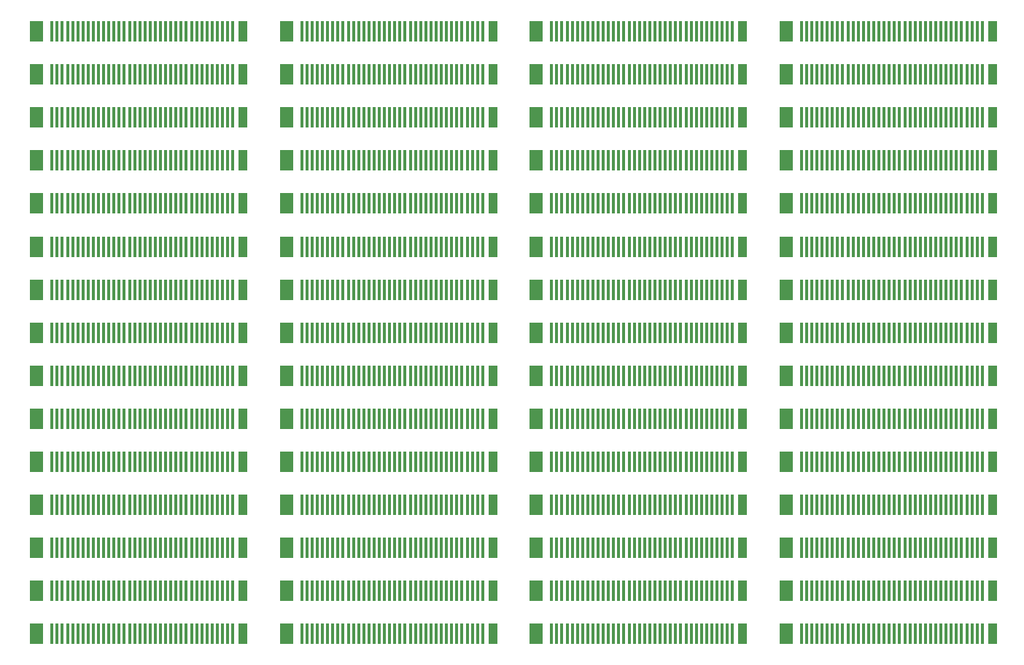
<source format=gbr>
G04 #@! TF.GenerationSoftware,KiCad,Pcbnew,5.1.5-52549c5~84~ubuntu18.04.1*
G04 #@! TF.CreationDate,2020-07-07T12:38:01+02:00*
G04 #@! TF.ProjectId,optical_encoder,6f707469-6361-46c5-9f65-6e636f646572,rev?*
G04 #@! TF.SameCoordinates,Original*
G04 #@! TF.FileFunction,Paste,Top*
G04 #@! TF.FilePolarity,Positive*
%FSLAX46Y46*%
G04 Gerber Fmt 4.6, Leading zero omitted, Abs format (unit mm)*
G04 Created by KiCad (PCBNEW 5.1.5-52549c5~84~ubuntu18.04.1) date 2020-07-07 12:38:01*
%MOMM*%
%LPD*%
G04 APERTURE LIST*
%ADD10R,0.350000X2.400000*%
%ADD11R,9.000000X0.100000*%
%ADD12R,7.800000X0.100000*%
%ADD13R,0.100000X1.700000*%
%ADD14R,1.500000X2.400000*%
%ADD15R,1.000000X2.400000*%
G04 APERTURE END LIST*
D10*
X180150000Y-111710000D03*
X180750000Y-111710000D03*
X181350000Y-111710000D03*
X181950000Y-111710000D03*
X182550000Y-111710000D03*
X184350000Y-111710000D03*
X183150000Y-111710000D03*
X183750000Y-111710000D03*
X184950000Y-111710000D03*
X186750000Y-111710000D03*
X185550000Y-111710000D03*
X189150000Y-111710000D03*
X187950000Y-111710000D03*
X188550000Y-111710000D03*
X187350000Y-111710000D03*
X186150000Y-111710000D03*
X189750000Y-111710000D03*
X191550000Y-111710000D03*
X190350000Y-111710000D03*
X197550000Y-111710000D03*
X193950000Y-111710000D03*
X192750000Y-111710000D03*
X193350000Y-111710000D03*
X195150000Y-111710000D03*
X196950000Y-111710000D03*
X198150000Y-111710000D03*
X192150000Y-111710000D03*
X196350000Y-111710000D03*
X190950000Y-111710000D03*
X198750000Y-111710000D03*
X194550000Y-111710000D03*
X195750000Y-111710000D03*
X200550000Y-111710000D03*
X199350000Y-111710000D03*
X199950000Y-111710000D03*
D11*
X181450000Y-109960000D03*
D12*
X190050000Y-109960000D03*
D11*
X198650000Y-109960000D03*
D12*
X190050000Y-113460000D03*
D11*
X181450000Y-113460000D03*
X198650000Y-113460000D03*
D13*
X203150000Y-110760000D03*
D14*
X178350000Y-111710000D03*
D15*
X202350000Y-111710000D03*
D13*
X203150000Y-112660000D03*
X177000000Y-110760000D03*
X177000000Y-112660000D03*
D10*
X201150000Y-111710000D03*
X151150000Y-111710000D03*
X151750000Y-111710000D03*
X152350000Y-111710000D03*
X152950000Y-111710000D03*
X153550000Y-111710000D03*
X155350000Y-111710000D03*
X154150000Y-111710000D03*
X154750000Y-111710000D03*
X155950000Y-111710000D03*
X157750000Y-111710000D03*
X156550000Y-111710000D03*
X160150000Y-111710000D03*
X158950000Y-111710000D03*
X159550000Y-111710000D03*
X158350000Y-111710000D03*
X157150000Y-111710000D03*
X160750000Y-111710000D03*
X162550000Y-111710000D03*
X161350000Y-111710000D03*
X168550000Y-111710000D03*
X164950000Y-111710000D03*
X163750000Y-111710000D03*
X164350000Y-111710000D03*
X166150000Y-111710000D03*
X167950000Y-111710000D03*
X169150000Y-111710000D03*
X163150000Y-111710000D03*
X167350000Y-111710000D03*
X161950000Y-111710000D03*
X169750000Y-111710000D03*
X165550000Y-111710000D03*
X166750000Y-111710000D03*
X171550000Y-111710000D03*
X170350000Y-111710000D03*
X170950000Y-111710000D03*
D11*
X152450000Y-109960000D03*
D12*
X161050000Y-109960000D03*
D11*
X169650000Y-109960000D03*
D12*
X161050000Y-113460000D03*
D11*
X152450000Y-113460000D03*
X169650000Y-113460000D03*
D13*
X174150000Y-110760000D03*
D14*
X149350000Y-111710000D03*
D15*
X173350000Y-111710000D03*
D13*
X174150000Y-112660000D03*
X148000000Y-110760000D03*
X148000000Y-112660000D03*
D10*
X172150000Y-111710000D03*
X122150000Y-111710000D03*
X122750000Y-111710000D03*
X123350000Y-111710000D03*
X123950000Y-111710000D03*
X124550000Y-111710000D03*
X126350000Y-111710000D03*
X125150000Y-111710000D03*
X125750000Y-111710000D03*
X126950000Y-111710000D03*
X128750000Y-111710000D03*
X127550000Y-111710000D03*
X131150000Y-111710000D03*
X129950000Y-111710000D03*
X130550000Y-111710000D03*
X129350000Y-111710000D03*
X128150000Y-111710000D03*
X131750000Y-111710000D03*
X133550000Y-111710000D03*
X132350000Y-111710000D03*
X139550000Y-111710000D03*
X135950000Y-111710000D03*
X134750000Y-111710000D03*
X135350000Y-111710000D03*
X137150000Y-111710000D03*
X138950000Y-111710000D03*
X140150000Y-111710000D03*
X134150000Y-111710000D03*
X138350000Y-111710000D03*
X132950000Y-111710000D03*
X140750000Y-111710000D03*
X136550000Y-111710000D03*
X137750000Y-111710000D03*
X142550000Y-111710000D03*
X141350000Y-111710000D03*
X141950000Y-111710000D03*
D11*
X123450000Y-109960000D03*
D12*
X132050000Y-109960000D03*
D11*
X140650000Y-109960000D03*
D12*
X132050000Y-113460000D03*
D11*
X123450000Y-113460000D03*
X140650000Y-113460000D03*
D13*
X145150000Y-110760000D03*
D14*
X120350000Y-111710000D03*
D15*
X144350000Y-111710000D03*
D13*
X145150000Y-112660000D03*
X119000000Y-110760000D03*
X119000000Y-112660000D03*
D10*
X143150000Y-111710000D03*
X93150000Y-111710000D03*
X93750000Y-111710000D03*
X94350000Y-111710000D03*
X94950000Y-111710000D03*
X95550000Y-111710000D03*
X97350000Y-111710000D03*
X96150000Y-111710000D03*
X96750000Y-111710000D03*
X97950000Y-111710000D03*
X99750000Y-111710000D03*
X98550000Y-111710000D03*
X102150000Y-111710000D03*
X100950000Y-111710000D03*
X101550000Y-111710000D03*
X100350000Y-111710000D03*
X99150000Y-111710000D03*
X102750000Y-111710000D03*
X104550000Y-111710000D03*
X103350000Y-111710000D03*
X110550000Y-111710000D03*
X106950000Y-111710000D03*
X105750000Y-111710000D03*
X106350000Y-111710000D03*
X108150000Y-111710000D03*
X109950000Y-111710000D03*
X111150000Y-111710000D03*
X105150000Y-111710000D03*
X109350000Y-111710000D03*
X103950000Y-111710000D03*
X111750000Y-111710000D03*
X107550000Y-111710000D03*
X108750000Y-111710000D03*
X113550000Y-111710000D03*
X112350000Y-111710000D03*
X112950000Y-111710000D03*
D11*
X94450000Y-109960000D03*
D12*
X103050000Y-109960000D03*
D11*
X111650000Y-109960000D03*
D12*
X103050000Y-113460000D03*
D11*
X94450000Y-113460000D03*
X111650000Y-113460000D03*
D13*
X116150000Y-110760000D03*
D14*
X91350000Y-111710000D03*
D15*
X115350000Y-111710000D03*
D13*
X116150000Y-112660000D03*
X90000000Y-110760000D03*
X90000000Y-112660000D03*
D10*
X114150000Y-111710000D03*
X180150000Y-106710000D03*
X180750000Y-106710000D03*
X181350000Y-106710000D03*
X181950000Y-106710000D03*
X182550000Y-106710000D03*
X184350000Y-106710000D03*
X183150000Y-106710000D03*
X183750000Y-106710000D03*
X184950000Y-106710000D03*
X186750000Y-106710000D03*
X185550000Y-106710000D03*
X189150000Y-106710000D03*
X187950000Y-106710000D03*
X188550000Y-106710000D03*
X187350000Y-106710000D03*
X186150000Y-106710000D03*
X189750000Y-106710000D03*
X191550000Y-106710000D03*
X190350000Y-106710000D03*
X197550000Y-106710000D03*
X193950000Y-106710000D03*
X192750000Y-106710000D03*
X193350000Y-106710000D03*
X195150000Y-106710000D03*
X196950000Y-106710000D03*
X198150000Y-106710000D03*
X192150000Y-106710000D03*
X196350000Y-106710000D03*
X190950000Y-106710000D03*
X198750000Y-106710000D03*
X194550000Y-106710000D03*
X195750000Y-106710000D03*
X200550000Y-106710000D03*
X199350000Y-106710000D03*
X199950000Y-106710000D03*
D11*
X181450000Y-104960000D03*
D12*
X190050000Y-104960000D03*
D11*
X198650000Y-104960000D03*
D12*
X190050000Y-108460000D03*
D11*
X181450000Y-108460000D03*
X198650000Y-108460000D03*
D13*
X203150000Y-105760000D03*
D14*
X178350000Y-106710000D03*
D15*
X202350000Y-106710000D03*
D13*
X203150000Y-107660000D03*
X177000000Y-105760000D03*
X177000000Y-107660000D03*
D10*
X201150000Y-106710000D03*
X151150000Y-106710000D03*
X151750000Y-106710000D03*
X152350000Y-106710000D03*
X152950000Y-106710000D03*
X153550000Y-106710000D03*
X155350000Y-106710000D03*
X154150000Y-106710000D03*
X154750000Y-106710000D03*
X155950000Y-106710000D03*
X157750000Y-106710000D03*
X156550000Y-106710000D03*
X160150000Y-106710000D03*
X158950000Y-106710000D03*
X159550000Y-106710000D03*
X158350000Y-106710000D03*
X157150000Y-106710000D03*
X160750000Y-106710000D03*
X162550000Y-106710000D03*
X161350000Y-106710000D03*
X168550000Y-106710000D03*
X164950000Y-106710000D03*
X163750000Y-106710000D03*
X164350000Y-106710000D03*
X166150000Y-106710000D03*
X167950000Y-106710000D03*
X169150000Y-106710000D03*
X163150000Y-106710000D03*
X167350000Y-106710000D03*
X161950000Y-106710000D03*
X169750000Y-106710000D03*
X165550000Y-106710000D03*
X166750000Y-106710000D03*
X171550000Y-106710000D03*
X170350000Y-106710000D03*
X170950000Y-106710000D03*
D11*
X152450000Y-104960000D03*
D12*
X161050000Y-104960000D03*
D11*
X169650000Y-104960000D03*
D12*
X161050000Y-108460000D03*
D11*
X152450000Y-108460000D03*
X169650000Y-108460000D03*
D13*
X174150000Y-105760000D03*
D14*
X149350000Y-106710000D03*
D15*
X173350000Y-106710000D03*
D13*
X174150000Y-107660000D03*
X148000000Y-105760000D03*
X148000000Y-107660000D03*
D10*
X172150000Y-106710000D03*
X122150000Y-106710000D03*
X122750000Y-106710000D03*
X123350000Y-106710000D03*
X123950000Y-106710000D03*
X124550000Y-106710000D03*
X126350000Y-106710000D03*
X125150000Y-106710000D03*
X125750000Y-106710000D03*
X126950000Y-106710000D03*
X128750000Y-106710000D03*
X127550000Y-106710000D03*
X131150000Y-106710000D03*
X129950000Y-106710000D03*
X130550000Y-106710000D03*
X129350000Y-106710000D03*
X128150000Y-106710000D03*
X131750000Y-106710000D03*
X133550000Y-106710000D03*
X132350000Y-106710000D03*
X139550000Y-106710000D03*
X135950000Y-106710000D03*
X134750000Y-106710000D03*
X135350000Y-106710000D03*
X137150000Y-106710000D03*
X138950000Y-106710000D03*
X140150000Y-106710000D03*
X134150000Y-106710000D03*
X138350000Y-106710000D03*
X132950000Y-106710000D03*
X140750000Y-106710000D03*
X136550000Y-106710000D03*
X137750000Y-106710000D03*
X142550000Y-106710000D03*
X141350000Y-106710000D03*
X141950000Y-106710000D03*
D11*
X123450000Y-104960000D03*
D12*
X132050000Y-104960000D03*
D11*
X140650000Y-104960000D03*
D12*
X132050000Y-108460000D03*
D11*
X123450000Y-108460000D03*
X140650000Y-108460000D03*
D13*
X145150000Y-105760000D03*
D14*
X120350000Y-106710000D03*
D15*
X144350000Y-106710000D03*
D13*
X145150000Y-107660000D03*
X119000000Y-105760000D03*
X119000000Y-107660000D03*
D10*
X143150000Y-106710000D03*
X93150000Y-106710000D03*
X93750000Y-106710000D03*
X94350000Y-106710000D03*
X94950000Y-106710000D03*
X95550000Y-106710000D03*
X97350000Y-106710000D03*
X96150000Y-106710000D03*
X96750000Y-106710000D03*
X97950000Y-106710000D03*
X99750000Y-106710000D03*
X98550000Y-106710000D03*
X102150000Y-106710000D03*
X100950000Y-106710000D03*
X101550000Y-106710000D03*
X100350000Y-106710000D03*
X99150000Y-106710000D03*
X102750000Y-106710000D03*
X104550000Y-106710000D03*
X103350000Y-106710000D03*
X110550000Y-106710000D03*
X106950000Y-106710000D03*
X105750000Y-106710000D03*
X106350000Y-106710000D03*
X108150000Y-106710000D03*
X109950000Y-106710000D03*
X111150000Y-106710000D03*
X105150000Y-106710000D03*
X109350000Y-106710000D03*
X103950000Y-106710000D03*
X111750000Y-106710000D03*
X107550000Y-106710000D03*
X108750000Y-106710000D03*
X113550000Y-106710000D03*
X112350000Y-106710000D03*
X112950000Y-106710000D03*
D11*
X94450000Y-104960000D03*
D12*
X103050000Y-104960000D03*
D11*
X111650000Y-104960000D03*
D12*
X103050000Y-108460000D03*
D11*
X94450000Y-108460000D03*
X111650000Y-108460000D03*
D13*
X116150000Y-105760000D03*
D14*
X91350000Y-106710000D03*
D15*
X115350000Y-106710000D03*
D13*
X116150000Y-107660000D03*
X90000000Y-105760000D03*
X90000000Y-107660000D03*
D10*
X114150000Y-106710000D03*
X180150000Y-101710000D03*
X180750000Y-101710000D03*
X181350000Y-101710000D03*
X181950000Y-101710000D03*
X182550000Y-101710000D03*
X184350000Y-101710000D03*
X183150000Y-101710000D03*
X183750000Y-101710000D03*
X184950000Y-101710000D03*
X186750000Y-101710000D03*
X185550000Y-101710000D03*
X189150000Y-101710000D03*
X187950000Y-101710000D03*
X188550000Y-101710000D03*
X187350000Y-101710000D03*
X186150000Y-101710000D03*
X189750000Y-101710000D03*
X191550000Y-101710000D03*
X190350000Y-101710000D03*
X197550000Y-101710000D03*
X193950000Y-101710000D03*
X192750000Y-101710000D03*
X193350000Y-101710000D03*
X195150000Y-101710000D03*
X196950000Y-101710000D03*
X198150000Y-101710000D03*
X192150000Y-101710000D03*
X196350000Y-101710000D03*
X190950000Y-101710000D03*
X198750000Y-101710000D03*
X194550000Y-101710000D03*
X195750000Y-101710000D03*
X200550000Y-101710000D03*
X199350000Y-101710000D03*
X199950000Y-101710000D03*
D11*
X181450000Y-99960000D03*
D12*
X190050000Y-99960000D03*
D11*
X198650000Y-99960000D03*
D12*
X190050000Y-103460000D03*
D11*
X181450000Y-103460000D03*
X198650000Y-103460000D03*
D13*
X203150000Y-100760000D03*
D14*
X178350000Y-101710000D03*
D15*
X202350000Y-101710000D03*
D13*
X203150000Y-102660000D03*
X177000000Y-100760000D03*
X177000000Y-102660000D03*
D10*
X201150000Y-101710000D03*
X151150000Y-101710000D03*
X151750000Y-101710000D03*
X152350000Y-101710000D03*
X152950000Y-101710000D03*
X153550000Y-101710000D03*
X155350000Y-101710000D03*
X154150000Y-101710000D03*
X154750000Y-101710000D03*
X155950000Y-101710000D03*
X157750000Y-101710000D03*
X156550000Y-101710000D03*
X160150000Y-101710000D03*
X158950000Y-101710000D03*
X159550000Y-101710000D03*
X158350000Y-101710000D03*
X157150000Y-101710000D03*
X160750000Y-101710000D03*
X162550000Y-101710000D03*
X161350000Y-101710000D03*
X168550000Y-101710000D03*
X164950000Y-101710000D03*
X163750000Y-101710000D03*
X164350000Y-101710000D03*
X166150000Y-101710000D03*
X167950000Y-101710000D03*
X169150000Y-101710000D03*
X163150000Y-101710000D03*
X167350000Y-101710000D03*
X161950000Y-101710000D03*
X169750000Y-101710000D03*
X165550000Y-101710000D03*
X166750000Y-101710000D03*
X171550000Y-101710000D03*
X170350000Y-101710000D03*
X170950000Y-101710000D03*
D11*
X152450000Y-99960000D03*
D12*
X161050000Y-99960000D03*
D11*
X169650000Y-99960000D03*
D12*
X161050000Y-103460000D03*
D11*
X152450000Y-103460000D03*
X169650000Y-103460000D03*
D13*
X174150000Y-100760000D03*
D14*
X149350000Y-101710000D03*
D15*
X173350000Y-101710000D03*
D13*
X174150000Y-102660000D03*
X148000000Y-100760000D03*
X148000000Y-102660000D03*
D10*
X172150000Y-101710000D03*
X122150000Y-101710000D03*
X122750000Y-101710000D03*
X123350000Y-101710000D03*
X123950000Y-101710000D03*
X124550000Y-101710000D03*
X126350000Y-101710000D03*
X125150000Y-101710000D03*
X125750000Y-101710000D03*
X126950000Y-101710000D03*
X128750000Y-101710000D03*
X127550000Y-101710000D03*
X131150000Y-101710000D03*
X129950000Y-101710000D03*
X130550000Y-101710000D03*
X129350000Y-101710000D03*
X128150000Y-101710000D03*
X131750000Y-101710000D03*
X133550000Y-101710000D03*
X132350000Y-101710000D03*
X139550000Y-101710000D03*
X135950000Y-101710000D03*
X134750000Y-101710000D03*
X135350000Y-101710000D03*
X137150000Y-101710000D03*
X138950000Y-101710000D03*
X140150000Y-101710000D03*
X134150000Y-101710000D03*
X138350000Y-101710000D03*
X132950000Y-101710000D03*
X140750000Y-101710000D03*
X136550000Y-101710000D03*
X137750000Y-101710000D03*
X142550000Y-101710000D03*
X141350000Y-101710000D03*
X141950000Y-101710000D03*
D11*
X123450000Y-99960000D03*
D12*
X132050000Y-99960000D03*
D11*
X140650000Y-99960000D03*
D12*
X132050000Y-103460000D03*
D11*
X123450000Y-103460000D03*
X140650000Y-103460000D03*
D13*
X145150000Y-100760000D03*
D14*
X120350000Y-101710000D03*
D15*
X144350000Y-101710000D03*
D13*
X145150000Y-102660000D03*
X119000000Y-100760000D03*
X119000000Y-102660000D03*
D10*
X143150000Y-101710000D03*
X93150000Y-101710000D03*
X93750000Y-101710000D03*
X94350000Y-101710000D03*
X94950000Y-101710000D03*
X95550000Y-101710000D03*
X97350000Y-101710000D03*
X96150000Y-101710000D03*
X96750000Y-101710000D03*
X97950000Y-101710000D03*
X99750000Y-101710000D03*
X98550000Y-101710000D03*
X102150000Y-101710000D03*
X100950000Y-101710000D03*
X101550000Y-101710000D03*
X100350000Y-101710000D03*
X99150000Y-101710000D03*
X102750000Y-101710000D03*
X104550000Y-101710000D03*
X103350000Y-101710000D03*
X110550000Y-101710000D03*
X106950000Y-101710000D03*
X105750000Y-101710000D03*
X106350000Y-101710000D03*
X108150000Y-101710000D03*
X109950000Y-101710000D03*
X111150000Y-101710000D03*
X105150000Y-101710000D03*
X109350000Y-101710000D03*
X103950000Y-101710000D03*
X111750000Y-101710000D03*
X107550000Y-101710000D03*
X108750000Y-101710000D03*
X113550000Y-101710000D03*
X112350000Y-101710000D03*
X112950000Y-101710000D03*
D11*
X94450000Y-99960000D03*
D12*
X103050000Y-99960000D03*
D11*
X111650000Y-99960000D03*
D12*
X103050000Y-103460000D03*
D11*
X94450000Y-103460000D03*
X111650000Y-103460000D03*
D13*
X116150000Y-100760000D03*
D14*
X91350000Y-101710000D03*
D15*
X115350000Y-101710000D03*
D13*
X116150000Y-102660000D03*
X90000000Y-100760000D03*
X90000000Y-102660000D03*
D10*
X114150000Y-101710000D03*
X180150000Y-96710000D03*
X180750000Y-96710000D03*
X181350000Y-96710000D03*
X181950000Y-96710000D03*
X182550000Y-96710000D03*
X184350000Y-96710000D03*
X183150000Y-96710000D03*
X183750000Y-96710000D03*
X184950000Y-96710000D03*
X186750000Y-96710000D03*
X185550000Y-96710000D03*
X189150000Y-96710000D03*
X187950000Y-96710000D03*
X188550000Y-96710000D03*
X187350000Y-96710000D03*
X186150000Y-96710000D03*
X189750000Y-96710000D03*
X191550000Y-96710000D03*
X190350000Y-96710000D03*
X197550000Y-96710000D03*
X193950000Y-96710000D03*
X192750000Y-96710000D03*
X193350000Y-96710000D03*
X195150000Y-96710000D03*
X196950000Y-96710000D03*
X198150000Y-96710000D03*
X192150000Y-96710000D03*
X196350000Y-96710000D03*
X190950000Y-96710000D03*
X198750000Y-96710000D03*
X194550000Y-96710000D03*
X195750000Y-96710000D03*
X200550000Y-96710000D03*
X199350000Y-96710000D03*
X199950000Y-96710000D03*
D11*
X181450000Y-94960000D03*
D12*
X190050000Y-94960000D03*
D11*
X198650000Y-94960000D03*
D12*
X190050000Y-98460000D03*
D11*
X181450000Y-98460000D03*
X198650000Y-98460000D03*
D13*
X203150000Y-95760000D03*
D14*
X178350000Y-96710000D03*
D15*
X202350000Y-96710000D03*
D13*
X203150000Y-97660000D03*
X177000000Y-95760000D03*
X177000000Y-97660000D03*
D10*
X201150000Y-96710000D03*
X151150000Y-96710000D03*
X151750000Y-96710000D03*
X152350000Y-96710000D03*
X152950000Y-96710000D03*
X153550000Y-96710000D03*
X155350000Y-96710000D03*
X154150000Y-96710000D03*
X154750000Y-96710000D03*
X155950000Y-96710000D03*
X157750000Y-96710000D03*
X156550000Y-96710000D03*
X160150000Y-96710000D03*
X158950000Y-96710000D03*
X159550000Y-96710000D03*
X158350000Y-96710000D03*
X157150000Y-96710000D03*
X160750000Y-96710000D03*
X162550000Y-96710000D03*
X161350000Y-96710000D03*
X168550000Y-96710000D03*
X164950000Y-96710000D03*
X163750000Y-96710000D03*
X164350000Y-96710000D03*
X166150000Y-96710000D03*
X167950000Y-96710000D03*
X169150000Y-96710000D03*
X163150000Y-96710000D03*
X167350000Y-96710000D03*
X161950000Y-96710000D03*
X169750000Y-96710000D03*
X165550000Y-96710000D03*
X166750000Y-96710000D03*
X171550000Y-96710000D03*
X170350000Y-96710000D03*
X170950000Y-96710000D03*
D11*
X152450000Y-94960000D03*
D12*
X161050000Y-94960000D03*
D11*
X169650000Y-94960000D03*
D12*
X161050000Y-98460000D03*
D11*
X152450000Y-98460000D03*
X169650000Y-98460000D03*
D13*
X174150000Y-95760000D03*
D14*
X149350000Y-96710000D03*
D15*
X173350000Y-96710000D03*
D13*
X174150000Y-97660000D03*
X148000000Y-95760000D03*
X148000000Y-97660000D03*
D10*
X172150000Y-96710000D03*
X122150000Y-96710000D03*
X122750000Y-96710000D03*
X123350000Y-96710000D03*
X123950000Y-96710000D03*
X124550000Y-96710000D03*
X126350000Y-96710000D03*
X125150000Y-96710000D03*
X125750000Y-96710000D03*
X126950000Y-96710000D03*
X128750000Y-96710000D03*
X127550000Y-96710000D03*
X131150000Y-96710000D03*
X129950000Y-96710000D03*
X130550000Y-96710000D03*
X129350000Y-96710000D03*
X128150000Y-96710000D03*
X131750000Y-96710000D03*
X133550000Y-96710000D03*
X132350000Y-96710000D03*
X139550000Y-96710000D03*
X135950000Y-96710000D03*
X134750000Y-96710000D03*
X135350000Y-96710000D03*
X137150000Y-96710000D03*
X138950000Y-96710000D03*
X140150000Y-96710000D03*
X134150000Y-96710000D03*
X138350000Y-96710000D03*
X132950000Y-96710000D03*
X140750000Y-96710000D03*
X136550000Y-96710000D03*
X137750000Y-96710000D03*
X142550000Y-96710000D03*
X141350000Y-96710000D03*
X141950000Y-96710000D03*
D11*
X123450000Y-94960000D03*
D12*
X132050000Y-94960000D03*
D11*
X140650000Y-94960000D03*
D12*
X132050000Y-98460000D03*
D11*
X123450000Y-98460000D03*
X140650000Y-98460000D03*
D13*
X145150000Y-95760000D03*
D14*
X120350000Y-96710000D03*
D15*
X144350000Y-96710000D03*
D13*
X145150000Y-97660000D03*
X119000000Y-95760000D03*
X119000000Y-97660000D03*
D10*
X143150000Y-96710000D03*
X93150000Y-96710000D03*
X93750000Y-96710000D03*
X94350000Y-96710000D03*
X94950000Y-96710000D03*
X95550000Y-96710000D03*
X97350000Y-96710000D03*
X96150000Y-96710000D03*
X96750000Y-96710000D03*
X97950000Y-96710000D03*
X99750000Y-96710000D03*
X98550000Y-96710000D03*
X102150000Y-96710000D03*
X100950000Y-96710000D03*
X101550000Y-96710000D03*
X100350000Y-96710000D03*
X99150000Y-96710000D03*
X102750000Y-96710000D03*
X104550000Y-96710000D03*
X103350000Y-96710000D03*
X110550000Y-96710000D03*
X106950000Y-96710000D03*
X105750000Y-96710000D03*
X106350000Y-96710000D03*
X108150000Y-96710000D03*
X109950000Y-96710000D03*
X111150000Y-96710000D03*
X105150000Y-96710000D03*
X109350000Y-96710000D03*
X103950000Y-96710000D03*
X111750000Y-96710000D03*
X107550000Y-96710000D03*
X108750000Y-96710000D03*
X113550000Y-96710000D03*
X112350000Y-96710000D03*
X112950000Y-96710000D03*
D11*
X94450000Y-94960000D03*
D12*
X103050000Y-94960000D03*
D11*
X111650000Y-94960000D03*
D12*
X103050000Y-98460000D03*
D11*
X94450000Y-98460000D03*
X111650000Y-98460000D03*
D13*
X116150000Y-95760000D03*
D14*
X91350000Y-96710000D03*
D15*
X115350000Y-96710000D03*
D13*
X116150000Y-97660000D03*
X90000000Y-95760000D03*
X90000000Y-97660000D03*
D10*
X114150000Y-96710000D03*
X180150000Y-91710000D03*
X180750000Y-91710000D03*
X181350000Y-91710000D03*
X181950000Y-91710000D03*
X182550000Y-91710000D03*
X184350000Y-91710000D03*
X183150000Y-91710000D03*
X183750000Y-91710000D03*
X184950000Y-91710000D03*
X186750000Y-91710000D03*
X185550000Y-91710000D03*
X189150000Y-91710000D03*
X187950000Y-91710000D03*
X188550000Y-91710000D03*
X187350000Y-91710000D03*
X186150000Y-91710000D03*
X189750000Y-91710000D03*
X191550000Y-91710000D03*
X190350000Y-91710000D03*
X197550000Y-91710000D03*
X193950000Y-91710000D03*
X192750000Y-91710000D03*
X193350000Y-91710000D03*
X195150000Y-91710000D03*
X196950000Y-91710000D03*
X198150000Y-91710000D03*
X192150000Y-91710000D03*
X196350000Y-91710000D03*
X190950000Y-91710000D03*
X198750000Y-91710000D03*
X194550000Y-91710000D03*
X195750000Y-91710000D03*
X200550000Y-91710000D03*
X199350000Y-91710000D03*
X199950000Y-91710000D03*
D11*
X181450000Y-89960000D03*
D12*
X190050000Y-89960000D03*
D11*
X198650000Y-89960000D03*
D12*
X190050000Y-93460000D03*
D11*
X181450000Y-93460000D03*
X198650000Y-93460000D03*
D13*
X203150000Y-90760000D03*
D14*
X178350000Y-91710000D03*
D15*
X202350000Y-91710000D03*
D13*
X203150000Y-92660000D03*
X177000000Y-90760000D03*
X177000000Y-92660000D03*
D10*
X201150000Y-91710000D03*
X151150000Y-91710000D03*
X151750000Y-91710000D03*
X152350000Y-91710000D03*
X152950000Y-91710000D03*
X153550000Y-91710000D03*
X155350000Y-91710000D03*
X154150000Y-91710000D03*
X154750000Y-91710000D03*
X155950000Y-91710000D03*
X157750000Y-91710000D03*
X156550000Y-91710000D03*
X160150000Y-91710000D03*
X158950000Y-91710000D03*
X159550000Y-91710000D03*
X158350000Y-91710000D03*
X157150000Y-91710000D03*
X160750000Y-91710000D03*
X162550000Y-91710000D03*
X161350000Y-91710000D03*
X168550000Y-91710000D03*
X164950000Y-91710000D03*
X163750000Y-91710000D03*
X164350000Y-91710000D03*
X166150000Y-91710000D03*
X167950000Y-91710000D03*
X169150000Y-91710000D03*
X163150000Y-91710000D03*
X167350000Y-91710000D03*
X161950000Y-91710000D03*
X169750000Y-91710000D03*
X165550000Y-91710000D03*
X166750000Y-91710000D03*
X171550000Y-91710000D03*
X170350000Y-91710000D03*
X170950000Y-91710000D03*
D11*
X152450000Y-89960000D03*
D12*
X161050000Y-89960000D03*
D11*
X169650000Y-89960000D03*
D12*
X161050000Y-93460000D03*
D11*
X152450000Y-93460000D03*
X169650000Y-93460000D03*
D13*
X174150000Y-90760000D03*
D14*
X149350000Y-91710000D03*
D15*
X173350000Y-91710000D03*
D13*
X174150000Y-92660000D03*
X148000000Y-90760000D03*
X148000000Y-92660000D03*
D10*
X172150000Y-91710000D03*
X122150000Y-91710000D03*
X122750000Y-91710000D03*
X123350000Y-91710000D03*
X123950000Y-91710000D03*
X124550000Y-91710000D03*
X126350000Y-91710000D03*
X125150000Y-91710000D03*
X125750000Y-91710000D03*
X126950000Y-91710000D03*
X128750000Y-91710000D03*
X127550000Y-91710000D03*
X131150000Y-91710000D03*
X129950000Y-91710000D03*
X130550000Y-91710000D03*
X129350000Y-91710000D03*
X128150000Y-91710000D03*
X131750000Y-91710000D03*
X133550000Y-91710000D03*
X132350000Y-91710000D03*
X139550000Y-91710000D03*
X135950000Y-91710000D03*
X134750000Y-91710000D03*
X135350000Y-91710000D03*
X137150000Y-91710000D03*
X138950000Y-91710000D03*
X140150000Y-91710000D03*
X134150000Y-91710000D03*
X138350000Y-91710000D03*
X132950000Y-91710000D03*
X140750000Y-91710000D03*
X136550000Y-91710000D03*
X137750000Y-91710000D03*
X142550000Y-91710000D03*
X141350000Y-91710000D03*
X141950000Y-91710000D03*
D11*
X123450000Y-89960000D03*
D12*
X132050000Y-89960000D03*
D11*
X140650000Y-89960000D03*
D12*
X132050000Y-93460000D03*
D11*
X123450000Y-93460000D03*
X140650000Y-93460000D03*
D13*
X145150000Y-90760000D03*
D14*
X120350000Y-91710000D03*
D15*
X144350000Y-91710000D03*
D13*
X145150000Y-92660000D03*
X119000000Y-90760000D03*
X119000000Y-92660000D03*
D10*
X143150000Y-91710000D03*
X93150000Y-91710000D03*
X93750000Y-91710000D03*
X94350000Y-91710000D03*
X94950000Y-91710000D03*
X95550000Y-91710000D03*
X97350000Y-91710000D03*
X96150000Y-91710000D03*
X96750000Y-91710000D03*
X97950000Y-91710000D03*
X99750000Y-91710000D03*
X98550000Y-91710000D03*
X102150000Y-91710000D03*
X100950000Y-91710000D03*
X101550000Y-91710000D03*
X100350000Y-91710000D03*
X99150000Y-91710000D03*
X102750000Y-91710000D03*
X104550000Y-91710000D03*
X103350000Y-91710000D03*
X110550000Y-91710000D03*
X106950000Y-91710000D03*
X105750000Y-91710000D03*
X106350000Y-91710000D03*
X108150000Y-91710000D03*
X109950000Y-91710000D03*
X111150000Y-91710000D03*
X105150000Y-91710000D03*
X109350000Y-91710000D03*
X103950000Y-91710000D03*
X111750000Y-91710000D03*
X107550000Y-91710000D03*
X108750000Y-91710000D03*
X113550000Y-91710000D03*
X112350000Y-91710000D03*
X112950000Y-91710000D03*
D11*
X94450000Y-89960000D03*
D12*
X103050000Y-89960000D03*
D11*
X111650000Y-89960000D03*
D12*
X103050000Y-93460000D03*
D11*
X94450000Y-93460000D03*
X111650000Y-93460000D03*
D13*
X116150000Y-90760000D03*
D14*
X91350000Y-91710000D03*
D15*
X115350000Y-91710000D03*
D13*
X116150000Y-92660000D03*
X90000000Y-90760000D03*
X90000000Y-92660000D03*
D10*
X114150000Y-91710000D03*
X180150000Y-86710000D03*
X180750000Y-86710000D03*
X181350000Y-86710000D03*
X181950000Y-86710000D03*
X182550000Y-86710000D03*
X184350000Y-86710000D03*
X183150000Y-86710000D03*
X183750000Y-86710000D03*
X184950000Y-86710000D03*
X186750000Y-86710000D03*
X185550000Y-86710000D03*
X189150000Y-86710000D03*
X187950000Y-86710000D03*
X188550000Y-86710000D03*
X187350000Y-86710000D03*
X186150000Y-86710000D03*
X189750000Y-86710000D03*
X191550000Y-86710000D03*
X190350000Y-86710000D03*
X197550000Y-86710000D03*
X193950000Y-86710000D03*
X192750000Y-86710000D03*
X193350000Y-86710000D03*
X195150000Y-86710000D03*
X196950000Y-86710000D03*
X198150000Y-86710000D03*
X192150000Y-86710000D03*
X196350000Y-86710000D03*
X190950000Y-86710000D03*
X198750000Y-86710000D03*
X194550000Y-86710000D03*
X195750000Y-86710000D03*
X200550000Y-86710000D03*
X199350000Y-86710000D03*
X199950000Y-86710000D03*
D11*
X181450000Y-84960000D03*
D12*
X190050000Y-84960000D03*
D11*
X198650000Y-84960000D03*
D12*
X190050000Y-88460000D03*
D11*
X181450000Y-88460000D03*
X198650000Y-88460000D03*
D13*
X203150000Y-85760000D03*
D14*
X178350000Y-86710000D03*
D15*
X202350000Y-86710000D03*
D13*
X203150000Y-87660000D03*
X177000000Y-85760000D03*
X177000000Y-87660000D03*
D10*
X201150000Y-86710000D03*
X151150000Y-86710000D03*
X151750000Y-86710000D03*
X152350000Y-86710000D03*
X152950000Y-86710000D03*
X153550000Y-86710000D03*
X155350000Y-86710000D03*
X154150000Y-86710000D03*
X154750000Y-86710000D03*
X155950000Y-86710000D03*
X157750000Y-86710000D03*
X156550000Y-86710000D03*
X160150000Y-86710000D03*
X158950000Y-86710000D03*
X159550000Y-86710000D03*
X158350000Y-86710000D03*
X157150000Y-86710000D03*
X160750000Y-86710000D03*
X162550000Y-86710000D03*
X161350000Y-86710000D03*
X168550000Y-86710000D03*
X164950000Y-86710000D03*
X163750000Y-86710000D03*
X164350000Y-86710000D03*
X166150000Y-86710000D03*
X167950000Y-86710000D03*
X169150000Y-86710000D03*
X163150000Y-86710000D03*
X167350000Y-86710000D03*
X161950000Y-86710000D03*
X169750000Y-86710000D03*
X165550000Y-86710000D03*
X166750000Y-86710000D03*
X171550000Y-86710000D03*
X170350000Y-86710000D03*
X170950000Y-86710000D03*
D11*
X152450000Y-84960000D03*
D12*
X161050000Y-84960000D03*
D11*
X169650000Y-84960000D03*
D12*
X161050000Y-88460000D03*
D11*
X152450000Y-88460000D03*
X169650000Y-88460000D03*
D13*
X174150000Y-85760000D03*
D14*
X149350000Y-86710000D03*
D15*
X173350000Y-86710000D03*
D13*
X174150000Y-87660000D03*
X148000000Y-85760000D03*
X148000000Y-87660000D03*
D10*
X172150000Y-86710000D03*
X122150000Y-86710000D03*
X122750000Y-86710000D03*
X123350000Y-86710000D03*
X123950000Y-86710000D03*
X124550000Y-86710000D03*
X126350000Y-86710000D03*
X125150000Y-86710000D03*
X125750000Y-86710000D03*
X126950000Y-86710000D03*
X128750000Y-86710000D03*
X127550000Y-86710000D03*
X131150000Y-86710000D03*
X129950000Y-86710000D03*
X130550000Y-86710000D03*
X129350000Y-86710000D03*
X128150000Y-86710000D03*
X131750000Y-86710000D03*
X133550000Y-86710000D03*
X132350000Y-86710000D03*
X139550000Y-86710000D03*
X135950000Y-86710000D03*
X134750000Y-86710000D03*
X135350000Y-86710000D03*
X137150000Y-86710000D03*
X138950000Y-86710000D03*
X140150000Y-86710000D03*
X134150000Y-86710000D03*
X138350000Y-86710000D03*
X132950000Y-86710000D03*
X140750000Y-86710000D03*
X136550000Y-86710000D03*
X137750000Y-86710000D03*
X142550000Y-86710000D03*
X141350000Y-86710000D03*
X141950000Y-86710000D03*
D11*
X123450000Y-84960000D03*
D12*
X132050000Y-84960000D03*
D11*
X140650000Y-84960000D03*
D12*
X132050000Y-88460000D03*
D11*
X123450000Y-88460000D03*
X140650000Y-88460000D03*
D13*
X145150000Y-85760000D03*
D14*
X120350000Y-86710000D03*
D15*
X144350000Y-86710000D03*
D13*
X145150000Y-87660000D03*
X119000000Y-85760000D03*
X119000000Y-87660000D03*
D10*
X143150000Y-86710000D03*
X93150000Y-86710000D03*
X93750000Y-86710000D03*
X94350000Y-86710000D03*
X94950000Y-86710000D03*
X95550000Y-86710000D03*
X97350000Y-86710000D03*
X96150000Y-86710000D03*
X96750000Y-86710000D03*
X97950000Y-86710000D03*
X99750000Y-86710000D03*
X98550000Y-86710000D03*
X102150000Y-86710000D03*
X100950000Y-86710000D03*
X101550000Y-86710000D03*
X100350000Y-86710000D03*
X99150000Y-86710000D03*
X102750000Y-86710000D03*
X104550000Y-86710000D03*
X103350000Y-86710000D03*
X110550000Y-86710000D03*
X106950000Y-86710000D03*
X105750000Y-86710000D03*
X106350000Y-86710000D03*
X108150000Y-86710000D03*
X109950000Y-86710000D03*
X111150000Y-86710000D03*
X105150000Y-86710000D03*
X109350000Y-86710000D03*
X103950000Y-86710000D03*
X111750000Y-86710000D03*
X107550000Y-86710000D03*
X108750000Y-86710000D03*
X113550000Y-86710000D03*
X112350000Y-86710000D03*
X112950000Y-86710000D03*
D11*
X94450000Y-84960000D03*
D12*
X103050000Y-84960000D03*
D11*
X111650000Y-84960000D03*
D12*
X103050000Y-88460000D03*
D11*
X94450000Y-88460000D03*
X111650000Y-88460000D03*
D13*
X116150000Y-85760000D03*
D14*
X91350000Y-86710000D03*
D15*
X115350000Y-86710000D03*
D13*
X116150000Y-87660000D03*
X90000000Y-85760000D03*
X90000000Y-87660000D03*
D10*
X114150000Y-86710000D03*
X180150000Y-81710000D03*
X180750000Y-81710000D03*
X181350000Y-81710000D03*
X181950000Y-81710000D03*
X182550000Y-81710000D03*
X184350000Y-81710000D03*
X183150000Y-81710000D03*
X183750000Y-81710000D03*
X184950000Y-81710000D03*
X186750000Y-81710000D03*
X185550000Y-81710000D03*
X189150000Y-81710000D03*
X187950000Y-81710000D03*
X188550000Y-81710000D03*
X187350000Y-81710000D03*
X186150000Y-81710000D03*
X189750000Y-81710000D03*
X191550000Y-81710000D03*
X190350000Y-81710000D03*
X197550000Y-81710000D03*
X193950000Y-81710000D03*
X192750000Y-81710000D03*
X193350000Y-81710000D03*
X195150000Y-81710000D03*
X196950000Y-81710000D03*
X198150000Y-81710000D03*
X192150000Y-81710000D03*
X196350000Y-81710000D03*
X190950000Y-81710000D03*
X198750000Y-81710000D03*
X194550000Y-81710000D03*
X195750000Y-81710000D03*
X200550000Y-81710000D03*
X199350000Y-81710000D03*
X199950000Y-81710000D03*
D11*
X181450000Y-79960000D03*
D12*
X190050000Y-79960000D03*
D11*
X198650000Y-79960000D03*
D12*
X190050000Y-83460000D03*
D11*
X181450000Y-83460000D03*
X198650000Y-83460000D03*
D13*
X203150000Y-80760000D03*
D14*
X178350000Y-81710000D03*
D15*
X202350000Y-81710000D03*
D13*
X203150000Y-82660000D03*
X177000000Y-80760000D03*
X177000000Y-82660000D03*
D10*
X201150000Y-81710000D03*
X151150000Y-81710000D03*
X151750000Y-81710000D03*
X152350000Y-81710000D03*
X152950000Y-81710000D03*
X153550000Y-81710000D03*
X155350000Y-81710000D03*
X154150000Y-81710000D03*
X154750000Y-81710000D03*
X155950000Y-81710000D03*
X157750000Y-81710000D03*
X156550000Y-81710000D03*
X160150000Y-81710000D03*
X158950000Y-81710000D03*
X159550000Y-81710000D03*
X158350000Y-81710000D03*
X157150000Y-81710000D03*
X160750000Y-81710000D03*
X162550000Y-81710000D03*
X161350000Y-81710000D03*
X168550000Y-81710000D03*
X164950000Y-81710000D03*
X163750000Y-81710000D03*
X164350000Y-81710000D03*
X166150000Y-81710000D03*
X167950000Y-81710000D03*
X169150000Y-81710000D03*
X163150000Y-81710000D03*
X167350000Y-81710000D03*
X161950000Y-81710000D03*
X169750000Y-81710000D03*
X165550000Y-81710000D03*
X166750000Y-81710000D03*
X171550000Y-81710000D03*
X170350000Y-81710000D03*
X170950000Y-81710000D03*
D11*
X152450000Y-79960000D03*
D12*
X161050000Y-79960000D03*
D11*
X169650000Y-79960000D03*
D12*
X161050000Y-83460000D03*
D11*
X152450000Y-83460000D03*
X169650000Y-83460000D03*
D13*
X174150000Y-80760000D03*
D14*
X149350000Y-81710000D03*
D15*
X173350000Y-81710000D03*
D13*
X174150000Y-82660000D03*
X148000000Y-80760000D03*
X148000000Y-82660000D03*
D10*
X172150000Y-81710000D03*
X122150000Y-81710000D03*
X122750000Y-81710000D03*
X123350000Y-81710000D03*
X123950000Y-81710000D03*
X124550000Y-81710000D03*
X126350000Y-81710000D03*
X125150000Y-81710000D03*
X125750000Y-81710000D03*
X126950000Y-81710000D03*
X128750000Y-81710000D03*
X127550000Y-81710000D03*
X131150000Y-81710000D03*
X129950000Y-81710000D03*
X130550000Y-81710000D03*
X129350000Y-81710000D03*
X128150000Y-81710000D03*
X131750000Y-81710000D03*
X133550000Y-81710000D03*
X132350000Y-81710000D03*
X139550000Y-81710000D03*
X135950000Y-81710000D03*
X134750000Y-81710000D03*
X135350000Y-81710000D03*
X137150000Y-81710000D03*
X138950000Y-81710000D03*
X140150000Y-81710000D03*
X134150000Y-81710000D03*
X138350000Y-81710000D03*
X132950000Y-81710000D03*
X140750000Y-81710000D03*
X136550000Y-81710000D03*
X137750000Y-81710000D03*
X142550000Y-81710000D03*
X141350000Y-81710000D03*
X141950000Y-81710000D03*
D11*
X123450000Y-79960000D03*
D12*
X132050000Y-79960000D03*
D11*
X140650000Y-79960000D03*
D12*
X132050000Y-83460000D03*
D11*
X123450000Y-83460000D03*
X140650000Y-83460000D03*
D13*
X145150000Y-80760000D03*
D14*
X120350000Y-81710000D03*
D15*
X144350000Y-81710000D03*
D13*
X145150000Y-82660000D03*
X119000000Y-80760000D03*
X119000000Y-82660000D03*
D10*
X143150000Y-81710000D03*
X93150000Y-81710000D03*
X93750000Y-81710000D03*
X94350000Y-81710000D03*
X94950000Y-81710000D03*
X95550000Y-81710000D03*
X97350000Y-81710000D03*
X96150000Y-81710000D03*
X96750000Y-81710000D03*
X97950000Y-81710000D03*
X99750000Y-81710000D03*
X98550000Y-81710000D03*
X102150000Y-81710000D03*
X100950000Y-81710000D03*
X101550000Y-81710000D03*
X100350000Y-81710000D03*
X99150000Y-81710000D03*
X102750000Y-81710000D03*
X104550000Y-81710000D03*
X103350000Y-81710000D03*
X110550000Y-81710000D03*
X106950000Y-81710000D03*
X105750000Y-81710000D03*
X106350000Y-81710000D03*
X108150000Y-81710000D03*
X109950000Y-81710000D03*
X111150000Y-81710000D03*
X105150000Y-81710000D03*
X109350000Y-81710000D03*
X103950000Y-81710000D03*
X111750000Y-81710000D03*
X107550000Y-81710000D03*
X108750000Y-81710000D03*
X113550000Y-81710000D03*
X112350000Y-81710000D03*
X112950000Y-81710000D03*
D11*
X94450000Y-79960000D03*
D12*
X103050000Y-79960000D03*
D11*
X111650000Y-79960000D03*
D12*
X103050000Y-83460000D03*
D11*
X94450000Y-83460000D03*
X111650000Y-83460000D03*
D13*
X116150000Y-80760000D03*
D14*
X91350000Y-81710000D03*
D15*
X115350000Y-81710000D03*
D13*
X116150000Y-82660000D03*
X90000000Y-80760000D03*
X90000000Y-82660000D03*
D10*
X114150000Y-81710000D03*
X180150000Y-76710000D03*
X180750000Y-76710000D03*
X181350000Y-76710000D03*
X181950000Y-76710000D03*
X182550000Y-76710000D03*
X184350000Y-76710000D03*
X183150000Y-76710000D03*
X183750000Y-76710000D03*
X184950000Y-76710000D03*
X186750000Y-76710000D03*
X185550000Y-76710000D03*
X189150000Y-76710000D03*
X187950000Y-76710000D03*
X188550000Y-76710000D03*
X187350000Y-76710000D03*
X186150000Y-76710000D03*
X189750000Y-76710000D03*
X191550000Y-76710000D03*
X190350000Y-76710000D03*
X197550000Y-76710000D03*
X193950000Y-76710000D03*
X192750000Y-76710000D03*
X193350000Y-76710000D03*
X195150000Y-76710000D03*
X196950000Y-76710000D03*
X198150000Y-76710000D03*
X192150000Y-76710000D03*
X196350000Y-76710000D03*
X190950000Y-76710000D03*
X198750000Y-76710000D03*
X194550000Y-76710000D03*
X195750000Y-76710000D03*
X200550000Y-76710000D03*
X199350000Y-76710000D03*
X199950000Y-76710000D03*
D11*
X181450000Y-74960000D03*
D12*
X190050000Y-74960000D03*
D11*
X198650000Y-74960000D03*
D12*
X190050000Y-78460000D03*
D11*
X181450000Y-78460000D03*
X198650000Y-78460000D03*
D13*
X203150000Y-75760000D03*
D14*
X178350000Y-76710000D03*
D15*
X202350000Y-76710000D03*
D13*
X203150000Y-77660000D03*
X177000000Y-75760000D03*
X177000000Y-77660000D03*
D10*
X201150000Y-76710000D03*
X151150000Y-76710000D03*
X151750000Y-76710000D03*
X152350000Y-76710000D03*
X152950000Y-76710000D03*
X153550000Y-76710000D03*
X155350000Y-76710000D03*
X154150000Y-76710000D03*
X154750000Y-76710000D03*
X155950000Y-76710000D03*
X157750000Y-76710000D03*
X156550000Y-76710000D03*
X160150000Y-76710000D03*
X158950000Y-76710000D03*
X159550000Y-76710000D03*
X158350000Y-76710000D03*
X157150000Y-76710000D03*
X160750000Y-76710000D03*
X162550000Y-76710000D03*
X161350000Y-76710000D03*
X168550000Y-76710000D03*
X164950000Y-76710000D03*
X163750000Y-76710000D03*
X164350000Y-76710000D03*
X166150000Y-76710000D03*
X167950000Y-76710000D03*
X169150000Y-76710000D03*
X163150000Y-76710000D03*
X167350000Y-76710000D03*
X161950000Y-76710000D03*
X169750000Y-76710000D03*
X165550000Y-76710000D03*
X166750000Y-76710000D03*
X171550000Y-76710000D03*
X170350000Y-76710000D03*
X170950000Y-76710000D03*
D11*
X152450000Y-74960000D03*
D12*
X161050000Y-74960000D03*
D11*
X169650000Y-74960000D03*
D12*
X161050000Y-78460000D03*
D11*
X152450000Y-78460000D03*
X169650000Y-78460000D03*
D13*
X174150000Y-75760000D03*
D14*
X149350000Y-76710000D03*
D15*
X173350000Y-76710000D03*
D13*
X174150000Y-77660000D03*
X148000000Y-75760000D03*
X148000000Y-77660000D03*
D10*
X172150000Y-76710000D03*
X122150000Y-76710000D03*
X122750000Y-76710000D03*
X123350000Y-76710000D03*
X123950000Y-76710000D03*
X124550000Y-76710000D03*
X126350000Y-76710000D03*
X125150000Y-76710000D03*
X125750000Y-76710000D03*
X126950000Y-76710000D03*
X128750000Y-76710000D03*
X127550000Y-76710000D03*
X131150000Y-76710000D03*
X129950000Y-76710000D03*
X130550000Y-76710000D03*
X129350000Y-76710000D03*
X128150000Y-76710000D03*
X131750000Y-76710000D03*
X133550000Y-76710000D03*
X132350000Y-76710000D03*
X139550000Y-76710000D03*
X135950000Y-76710000D03*
X134750000Y-76710000D03*
X135350000Y-76710000D03*
X137150000Y-76710000D03*
X138950000Y-76710000D03*
X140150000Y-76710000D03*
X134150000Y-76710000D03*
X138350000Y-76710000D03*
X132950000Y-76710000D03*
X140750000Y-76710000D03*
X136550000Y-76710000D03*
X137750000Y-76710000D03*
X142550000Y-76710000D03*
X141350000Y-76710000D03*
X141950000Y-76710000D03*
D11*
X123450000Y-74960000D03*
D12*
X132050000Y-74960000D03*
D11*
X140650000Y-74960000D03*
D12*
X132050000Y-78460000D03*
D11*
X123450000Y-78460000D03*
X140650000Y-78460000D03*
D13*
X145150000Y-75760000D03*
D14*
X120350000Y-76710000D03*
D15*
X144350000Y-76710000D03*
D13*
X145150000Y-77660000D03*
X119000000Y-75760000D03*
X119000000Y-77660000D03*
D10*
X143150000Y-76710000D03*
X93150000Y-76710000D03*
X93750000Y-76710000D03*
X94350000Y-76710000D03*
X94950000Y-76710000D03*
X95550000Y-76710000D03*
X97350000Y-76710000D03*
X96150000Y-76710000D03*
X96750000Y-76710000D03*
X97950000Y-76710000D03*
X99750000Y-76710000D03*
X98550000Y-76710000D03*
X102150000Y-76710000D03*
X100950000Y-76710000D03*
X101550000Y-76710000D03*
X100350000Y-76710000D03*
X99150000Y-76710000D03*
X102750000Y-76710000D03*
X104550000Y-76710000D03*
X103350000Y-76710000D03*
X110550000Y-76710000D03*
X106950000Y-76710000D03*
X105750000Y-76710000D03*
X106350000Y-76710000D03*
X108150000Y-76710000D03*
X109950000Y-76710000D03*
X111150000Y-76710000D03*
X105150000Y-76710000D03*
X109350000Y-76710000D03*
X103950000Y-76710000D03*
X111750000Y-76710000D03*
X107550000Y-76710000D03*
X108750000Y-76710000D03*
X113550000Y-76710000D03*
X112350000Y-76710000D03*
X112950000Y-76710000D03*
D11*
X94450000Y-74960000D03*
D12*
X103050000Y-74960000D03*
D11*
X111650000Y-74960000D03*
D12*
X103050000Y-78460000D03*
D11*
X94450000Y-78460000D03*
X111650000Y-78460000D03*
D13*
X116150000Y-75760000D03*
D14*
X91350000Y-76710000D03*
D15*
X115350000Y-76710000D03*
D13*
X116150000Y-77660000D03*
X90000000Y-75760000D03*
X90000000Y-77660000D03*
D10*
X114150000Y-76710000D03*
X180150000Y-71710000D03*
X180750000Y-71710000D03*
X181350000Y-71710000D03*
X181950000Y-71710000D03*
X182550000Y-71710000D03*
X184350000Y-71710000D03*
X183150000Y-71710000D03*
X183750000Y-71710000D03*
X184950000Y-71710000D03*
X186750000Y-71710000D03*
X185550000Y-71710000D03*
X189150000Y-71710000D03*
X187950000Y-71710000D03*
X188550000Y-71710000D03*
X187350000Y-71710000D03*
X186150000Y-71710000D03*
X189750000Y-71710000D03*
X191550000Y-71710000D03*
X190350000Y-71710000D03*
X197550000Y-71710000D03*
X193950000Y-71710000D03*
X192750000Y-71710000D03*
X193350000Y-71710000D03*
X195150000Y-71710000D03*
X196950000Y-71710000D03*
X198150000Y-71710000D03*
X192150000Y-71710000D03*
X196350000Y-71710000D03*
X190950000Y-71710000D03*
X198750000Y-71710000D03*
X194550000Y-71710000D03*
X195750000Y-71710000D03*
X200550000Y-71710000D03*
X199350000Y-71710000D03*
X199950000Y-71710000D03*
D11*
X181450000Y-69960000D03*
D12*
X190050000Y-69960000D03*
D11*
X198650000Y-69960000D03*
D12*
X190050000Y-73460000D03*
D11*
X181450000Y-73460000D03*
X198650000Y-73460000D03*
D13*
X203150000Y-70760000D03*
D14*
X178350000Y-71710000D03*
D15*
X202350000Y-71710000D03*
D13*
X203150000Y-72660000D03*
X177000000Y-70760000D03*
X177000000Y-72660000D03*
D10*
X201150000Y-71710000D03*
X151150000Y-71710000D03*
X151750000Y-71710000D03*
X152350000Y-71710000D03*
X152950000Y-71710000D03*
X153550000Y-71710000D03*
X155350000Y-71710000D03*
X154150000Y-71710000D03*
X154750000Y-71710000D03*
X155950000Y-71710000D03*
X157750000Y-71710000D03*
X156550000Y-71710000D03*
X160150000Y-71710000D03*
X158950000Y-71710000D03*
X159550000Y-71710000D03*
X158350000Y-71710000D03*
X157150000Y-71710000D03*
X160750000Y-71710000D03*
X162550000Y-71710000D03*
X161350000Y-71710000D03*
X168550000Y-71710000D03*
X164950000Y-71710000D03*
X163750000Y-71710000D03*
X164350000Y-71710000D03*
X166150000Y-71710000D03*
X167950000Y-71710000D03*
X169150000Y-71710000D03*
X163150000Y-71710000D03*
X167350000Y-71710000D03*
X161950000Y-71710000D03*
X169750000Y-71710000D03*
X165550000Y-71710000D03*
X166750000Y-71710000D03*
X171550000Y-71710000D03*
X170350000Y-71710000D03*
X170950000Y-71710000D03*
D11*
X152450000Y-69960000D03*
D12*
X161050000Y-69960000D03*
D11*
X169650000Y-69960000D03*
D12*
X161050000Y-73460000D03*
D11*
X152450000Y-73460000D03*
X169650000Y-73460000D03*
D13*
X174150000Y-70760000D03*
D14*
X149350000Y-71710000D03*
D15*
X173350000Y-71710000D03*
D13*
X174150000Y-72660000D03*
X148000000Y-70760000D03*
X148000000Y-72660000D03*
D10*
X172150000Y-71710000D03*
X122150000Y-71710000D03*
X122750000Y-71710000D03*
X123350000Y-71710000D03*
X123950000Y-71710000D03*
X124550000Y-71710000D03*
X126350000Y-71710000D03*
X125150000Y-71710000D03*
X125750000Y-71710000D03*
X126950000Y-71710000D03*
X128750000Y-71710000D03*
X127550000Y-71710000D03*
X131150000Y-71710000D03*
X129950000Y-71710000D03*
X130550000Y-71710000D03*
X129350000Y-71710000D03*
X128150000Y-71710000D03*
X131750000Y-71710000D03*
X133550000Y-71710000D03*
X132350000Y-71710000D03*
X139550000Y-71710000D03*
X135950000Y-71710000D03*
X134750000Y-71710000D03*
X135350000Y-71710000D03*
X137150000Y-71710000D03*
X138950000Y-71710000D03*
X140150000Y-71710000D03*
X134150000Y-71710000D03*
X138350000Y-71710000D03*
X132950000Y-71710000D03*
X140750000Y-71710000D03*
X136550000Y-71710000D03*
X137750000Y-71710000D03*
X142550000Y-71710000D03*
X141350000Y-71710000D03*
X141950000Y-71710000D03*
D11*
X123450000Y-69960000D03*
D12*
X132050000Y-69960000D03*
D11*
X140650000Y-69960000D03*
D12*
X132050000Y-73460000D03*
D11*
X123450000Y-73460000D03*
X140650000Y-73460000D03*
D13*
X145150000Y-70760000D03*
D14*
X120350000Y-71710000D03*
D15*
X144350000Y-71710000D03*
D13*
X145150000Y-72660000D03*
X119000000Y-70760000D03*
X119000000Y-72660000D03*
D10*
X143150000Y-71710000D03*
X93150000Y-71710000D03*
X93750000Y-71710000D03*
X94350000Y-71710000D03*
X94950000Y-71710000D03*
X95550000Y-71710000D03*
X97350000Y-71710000D03*
X96150000Y-71710000D03*
X96750000Y-71710000D03*
X97950000Y-71710000D03*
X99750000Y-71710000D03*
X98550000Y-71710000D03*
X102150000Y-71710000D03*
X100950000Y-71710000D03*
X101550000Y-71710000D03*
X100350000Y-71710000D03*
X99150000Y-71710000D03*
X102750000Y-71710000D03*
X104550000Y-71710000D03*
X103350000Y-71710000D03*
X110550000Y-71710000D03*
X106950000Y-71710000D03*
X105750000Y-71710000D03*
X106350000Y-71710000D03*
X108150000Y-71710000D03*
X109950000Y-71710000D03*
X111150000Y-71710000D03*
X105150000Y-71710000D03*
X109350000Y-71710000D03*
X103950000Y-71710000D03*
X111750000Y-71710000D03*
X107550000Y-71710000D03*
X108750000Y-71710000D03*
X113550000Y-71710000D03*
X112350000Y-71710000D03*
X112950000Y-71710000D03*
D11*
X94450000Y-69960000D03*
D12*
X103050000Y-69960000D03*
D11*
X111650000Y-69960000D03*
D12*
X103050000Y-73460000D03*
D11*
X94450000Y-73460000D03*
X111650000Y-73460000D03*
D13*
X116150000Y-70760000D03*
D14*
X91350000Y-71710000D03*
D15*
X115350000Y-71710000D03*
D13*
X116150000Y-72660000D03*
X90000000Y-70760000D03*
X90000000Y-72660000D03*
D10*
X114150000Y-71710000D03*
X180150000Y-66710000D03*
X180750000Y-66710000D03*
X181350000Y-66710000D03*
X181950000Y-66710000D03*
X182550000Y-66710000D03*
X184350000Y-66710000D03*
X183150000Y-66710000D03*
X183750000Y-66710000D03*
X184950000Y-66710000D03*
X186750000Y-66710000D03*
X185550000Y-66710000D03*
X189150000Y-66710000D03*
X187950000Y-66710000D03*
X188550000Y-66710000D03*
X187350000Y-66710000D03*
X186150000Y-66710000D03*
X189750000Y-66710000D03*
X191550000Y-66710000D03*
X190350000Y-66710000D03*
X197550000Y-66710000D03*
X193950000Y-66710000D03*
X192750000Y-66710000D03*
X193350000Y-66710000D03*
X195150000Y-66710000D03*
X196950000Y-66710000D03*
X198150000Y-66710000D03*
X192150000Y-66710000D03*
X196350000Y-66710000D03*
X190950000Y-66710000D03*
X198750000Y-66710000D03*
X194550000Y-66710000D03*
X195750000Y-66710000D03*
X200550000Y-66710000D03*
X199350000Y-66710000D03*
X199950000Y-66710000D03*
D11*
X181450000Y-64960000D03*
D12*
X190050000Y-64960000D03*
D11*
X198650000Y-64960000D03*
D12*
X190050000Y-68460000D03*
D11*
X181450000Y-68460000D03*
X198650000Y-68460000D03*
D13*
X203150000Y-65760000D03*
D14*
X178350000Y-66710000D03*
D15*
X202350000Y-66710000D03*
D13*
X203150000Y-67660000D03*
X177000000Y-65760000D03*
X177000000Y-67660000D03*
D10*
X201150000Y-66710000D03*
X151150000Y-66710000D03*
X151750000Y-66710000D03*
X152350000Y-66710000D03*
X152950000Y-66710000D03*
X153550000Y-66710000D03*
X155350000Y-66710000D03*
X154150000Y-66710000D03*
X154750000Y-66710000D03*
X155950000Y-66710000D03*
X157750000Y-66710000D03*
X156550000Y-66710000D03*
X160150000Y-66710000D03*
X158950000Y-66710000D03*
X159550000Y-66710000D03*
X158350000Y-66710000D03*
X157150000Y-66710000D03*
X160750000Y-66710000D03*
X162550000Y-66710000D03*
X161350000Y-66710000D03*
X168550000Y-66710000D03*
X164950000Y-66710000D03*
X163750000Y-66710000D03*
X164350000Y-66710000D03*
X166150000Y-66710000D03*
X167950000Y-66710000D03*
X169150000Y-66710000D03*
X163150000Y-66710000D03*
X167350000Y-66710000D03*
X161950000Y-66710000D03*
X169750000Y-66710000D03*
X165550000Y-66710000D03*
X166750000Y-66710000D03*
X171550000Y-66710000D03*
X170350000Y-66710000D03*
X170950000Y-66710000D03*
D11*
X152450000Y-64960000D03*
D12*
X161050000Y-64960000D03*
D11*
X169650000Y-64960000D03*
D12*
X161050000Y-68460000D03*
D11*
X152450000Y-68460000D03*
X169650000Y-68460000D03*
D13*
X174150000Y-65760000D03*
D14*
X149350000Y-66710000D03*
D15*
X173350000Y-66710000D03*
D13*
X174150000Y-67660000D03*
X148000000Y-65760000D03*
X148000000Y-67660000D03*
D10*
X172150000Y-66710000D03*
X122150000Y-66710000D03*
X122750000Y-66710000D03*
X123350000Y-66710000D03*
X123950000Y-66710000D03*
X124550000Y-66710000D03*
X126350000Y-66710000D03*
X125150000Y-66710000D03*
X125750000Y-66710000D03*
X126950000Y-66710000D03*
X128750000Y-66710000D03*
X127550000Y-66710000D03*
X131150000Y-66710000D03*
X129950000Y-66710000D03*
X130550000Y-66710000D03*
X129350000Y-66710000D03*
X128150000Y-66710000D03*
X131750000Y-66710000D03*
X133550000Y-66710000D03*
X132350000Y-66710000D03*
X139550000Y-66710000D03*
X135950000Y-66710000D03*
X134750000Y-66710000D03*
X135350000Y-66710000D03*
X137150000Y-66710000D03*
X138950000Y-66710000D03*
X140150000Y-66710000D03*
X134150000Y-66710000D03*
X138350000Y-66710000D03*
X132950000Y-66710000D03*
X140750000Y-66710000D03*
X136550000Y-66710000D03*
X137750000Y-66710000D03*
X142550000Y-66710000D03*
X141350000Y-66710000D03*
X141950000Y-66710000D03*
D11*
X123450000Y-64960000D03*
D12*
X132050000Y-64960000D03*
D11*
X140650000Y-64960000D03*
D12*
X132050000Y-68460000D03*
D11*
X123450000Y-68460000D03*
X140650000Y-68460000D03*
D13*
X145150000Y-65760000D03*
D14*
X120350000Y-66710000D03*
D15*
X144350000Y-66710000D03*
D13*
X145150000Y-67660000D03*
X119000000Y-65760000D03*
X119000000Y-67660000D03*
D10*
X143150000Y-66710000D03*
X93150000Y-66710000D03*
X93750000Y-66710000D03*
X94350000Y-66710000D03*
X94950000Y-66710000D03*
X95550000Y-66710000D03*
X97350000Y-66710000D03*
X96150000Y-66710000D03*
X96750000Y-66710000D03*
X97950000Y-66710000D03*
X99750000Y-66710000D03*
X98550000Y-66710000D03*
X102150000Y-66710000D03*
X100950000Y-66710000D03*
X101550000Y-66710000D03*
X100350000Y-66710000D03*
X99150000Y-66710000D03*
X102750000Y-66710000D03*
X104550000Y-66710000D03*
X103350000Y-66710000D03*
X110550000Y-66710000D03*
X106950000Y-66710000D03*
X105750000Y-66710000D03*
X106350000Y-66710000D03*
X108150000Y-66710000D03*
X109950000Y-66710000D03*
X111150000Y-66710000D03*
X105150000Y-66710000D03*
X109350000Y-66710000D03*
X103950000Y-66710000D03*
X111750000Y-66710000D03*
X107550000Y-66710000D03*
X108750000Y-66710000D03*
X113550000Y-66710000D03*
X112350000Y-66710000D03*
X112950000Y-66710000D03*
D11*
X94450000Y-64960000D03*
D12*
X103050000Y-64960000D03*
D11*
X111650000Y-64960000D03*
D12*
X103050000Y-68460000D03*
D11*
X94450000Y-68460000D03*
X111650000Y-68460000D03*
D13*
X116150000Y-65760000D03*
D14*
X91350000Y-66710000D03*
D15*
X115350000Y-66710000D03*
D13*
X116150000Y-67660000D03*
X90000000Y-65760000D03*
X90000000Y-67660000D03*
D10*
X114150000Y-66710000D03*
X180150000Y-61710000D03*
X180750000Y-61710000D03*
X181350000Y-61710000D03*
X181950000Y-61710000D03*
X182550000Y-61710000D03*
X184350000Y-61710000D03*
X183150000Y-61710000D03*
X183750000Y-61710000D03*
X184950000Y-61710000D03*
X186750000Y-61710000D03*
X185550000Y-61710000D03*
X189150000Y-61710000D03*
X187950000Y-61710000D03*
X188550000Y-61710000D03*
X187350000Y-61710000D03*
X186150000Y-61710000D03*
X189750000Y-61710000D03*
X191550000Y-61710000D03*
X190350000Y-61710000D03*
X197550000Y-61710000D03*
X193950000Y-61710000D03*
X192750000Y-61710000D03*
X193350000Y-61710000D03*
X195150000Y-61710000D03*
X196950000Y-61710000D03*
X198150000Y-61710000D03*
X192150000Y-61710000D03*
X196350000Y-61710000D03*
X190950000Y-61710000D03*
X198750000Y-61710000D03*
X194550000Y-61710000D03*
X195750000Y-61710000D03*
X200550000Y-61710000D03*
X199350000Y-61710000D03*
X199950000Y-61710000D03*
D11*
X181450000Y-59960000D03*
D12*
X190050000Y-59960000D03*
D11*
X198650000Y-59960000D03*
D12*
X190050000Y-63460000D03*
D11*
X181450000Y-63460000D03*
X198650000Y-63460000D03*
D13*
X203150000Y-60760000D03*
D14*
X178350000Y-61710000D03*
D15*
X202350000Y-61710000D03*
D13*
X203150000Y-62660000D03*
X177000000Y-60760000D03*
X177000000Y-62660000D03*
D10*
X201150000Y-61710000D03*
X151150000Y-61710000D03*
X151750000Y-61710000D03*
X152350000Y-61710000D03*
X152950000Y-61710000D03*
X153550000Y-61710000D03*
X155350000Y-61710000D03*
X154150000Y-61710000D03*
X154750000Y-61710000D03*
X155950000Y-61710000D03*
X157750000Y-61710000D03*
X156550000Y-61710000D03*
X160150000Y-61710000D03*
X158950000Y-61710000D03*
X159550000Y-61710000D03*
X158350000Y-61710000D03*
X157150000Y-61710000D03*
X160750000Y-61710000D03*
X162550000Y-61710000D03*
X161350000Y-61710000D03*
X168550000Y-61710000D03*
X164950000Y-61710000D03*
X163750000Y-61710000D03*
X164350000Y-61710000D03*
X166150000Y-61710000D03*
X167950000Y-61710000D03*
X169150000Y-61710000D03*
X163150000Y-61710000D03*
X167350000Y-61710000D03*
X161950000Y-61710000D03*
X169750000Y-61710000D03*
X165550000Y-61710000D03*
X166750000Y-61710000D03*
X171550000Y-61710000D03*
X170350000Y-61710000D03*
X170950000Y-61710000D03*
D11*
X152450000Y-59960000D03*
D12*
X161050000Y-59960000D03*
D11*
X169650000Y-59960000D03*
D12*
X161050000Y-63460000D03*
D11*
X152450000Y-63460000D03*
X169650000Y-63460000D03*
D13*
X174150000Y-60760000D03*
D14*
X149350000Y-61710000D03*
D15*
X173350000Y-61710000D03*
D13*
X174150000Y-62660000D03*
X148000000Y-60760000D03*
X148000000Y-62660000D03*
D10*
X172150000Y-61710000D03*
X122150000Y-61710000D03*
X122750000Y-61710000D03*
X123350000Y-61710000D03*
X123950000Y-61710000D03*
X124550000Y-61710000D03*
X126350000Y-61710000D03*
X125150000Y-61710000D03*
X125750000Y-61710000D03*
X126950000Y-61710000D03*
X128750000Y-61710000D03*
X127550000Y-61710000D03*
X131150000Y-61710000D03*
X129950000Y-61710000D03*
X130550000Y-61710000D03*
X129350000Y-61710000D03*
X128150000Y-61710000D03*
X131750000Y-61710000D03*
X133550000Y-61710000D03*
X132350000Y-61710000D03*
X139550000Y-61710000D03*
X135950000Y-61710000D03*
X134750000Y-61710000D03*
X135350000Y-61710000D03*
X137150000Y-61710000D03*
X138950000Y-61710000D03*
X140150000Y-61710000D03*
X134150000Y-61710000D03*
X138350000Y-61710000D03*
X132950000Y-61710000D03*
X140750000Y-61710000D03*
X136550000Y-61710000D03*
X137750000Y-61710000D03*
X142550000Y-61710000D03*
X141350000Y-61710000D03*
X141950000Y-61710000D03*
D11*
X123450000Y-59960000D03*
D12*
X132050000Y-59960000D03*
D11*
X140650000Y-59960000D03*
D12*
X132050000Y-63460000D03*
D11*
X123450000Y-63460000D03*
X140650000Y-63460000D03*
D13*
X145150000Y-60760000D03*
D14*
X120350000Y-61710000D03*
D15*
X144350000Y-61710000D03*
D13*
X145150000Y-62660000D03*
X119000000Y-60760000D03*
X119000000Y-62660000D03*
D10*
X143150000Y-61710000D03*
X93150000Y-61710000D03*
X93750000Y-61710000D03*
X94350000Y-61710000D03*
X94950000Y-61710000D03*
X95550000Y-61710000D03*
X97350000Y-61710000D03*
X96150000Y-61710000D03*
X96750000Y-61710000D03*
X97950000Y-61710000D03*
X99750000Y-61710000D03*
X98550000Y-61710000D03*
X102150000Y-61710000D03*
X100950000Y-61710000D03*
X101550000Y-61710000D03*
X100350000Y-61710000D03*
X99150000Y-61710000D03*
X102750000Y-61710000D03*
X104550000Y-61710000D03*
X103350000Y-61710000D03*
X110550000Y-61710000D03*
X106950000Y-61710000D03*
X105750000Y-61710000D03*
X106350000Y-61710000D03*
X108150000Y-61710000D03*
X109950000Y-61710000D03*
X111150000Y-61710000D03*
X105150000Y-61710000D03*
X109350000Y-61710000D03*
X103950000Y-61710000D03*
X111750000Y-61710000D03*
X107550000Y-61710000D03*
X108750000Y-61710000D03*
X113550000Y-61710000D03*
X112350000Y-61710000D03*
X112950000Y-61710000D03*
D11*
X94450000Y-59960000D03*
D12*
X103050000Y-59960000D03*
D11*
X111650000Y-59960000D03*
D12*
X103050000Y-63460000D03*
D11*
X94450000Y-63460000D03*
X111650000Y-63460000D03*
D13*
X116150000Y-60760000D03*
D14*
X91350000Y-61710000D03*
D15*
X115350000Y-61710000D03*
D13*
X116150000Y-62660000D03*
X90000000Y-60760000D03*
X90000000Y-62660000D03*
D10*
X114150000Y-61710000D03*
X180150000Y-56710000D03*
X180750000Y-56710000D03*
X181350000Y-56710000D03*
X181950000Y-56710000D03*
X182550000Y-56710000D03*
X184350000Y-56710000D03*
X183150000Y-56710000D03*
X183750000Y-56710000D03*
X184950000Y-56710000D03*
X186750000Y-56710000D03*
X185550000Y-56710000D03*
X189150000Y-56710000D03*
X187950000Y-56710000D03*
X188550000Y-56710000D03*
X187350000Y-56710000D03*
X186150000Y-56710000D03*
X189750000Y-56710000D03*
X191550000Y-56710000D03*
X190350000Y-56710000D03*
X197550000Y-56710000D03*
X193950000Y-56710000D03*
X192750000Y-56710000D03*
X193350000Y-56710000D03*
X195150000Y-56710000D03*
X196950000Y-56710000D03*
X198150000Y-56710000D03*
X192150000Y-56710000D03*
X196350000Y-56710000D03*
X190950000Y-56710000D03*
X198750000Y-56710000D03*
X194550000Y-56710000D03*
X195750000Y-56710000D03*
X200550000Y-56710000D03*
X199350000Y-56710000D03*
X199950000Y-56710000D03*
D11*
X181450000Y-54960000D03*
D12*
X190050000Y-54960000D03*
D11*
X198650000Y-54960000D03*
D12*
X190050000Y-58460000D03*
D11*
X181450000Y-58460000D03*
X198650000Y-58460000D03*
D13*
X203150000Y-55760000D03*
D14*
X178350000Y-56710000D03*
D15*
X202350000Y-56710000D03*
D13*
X203150000Y-57660000D03*
X177000000Y-55760000D03*
X177000000Y-57660000D03*
D10*
X201150000Y-56710000D03*
X151150000Y-56710000D03*
X151750000Y-56710000D03*
X152350000Y-56710000D03*
X152950000Y-56710000D03*
X153550000Y-56710000D03*
X155350000Y-56710000D03*
X154150000Y-56710000D03*
X154750000Y-56710000D03*
X155950000Y-56710000D03*
X157750000Y-56710000D03*
X156550000Y-56710000D03*
X160150000Y-56710000D03*
X158950000Y-56710000D03*
X159550000Y-56710000D03*
X158350000Y-56710000D03*
X157150000Y-56710000D03*
X160750000Y-56710000D03*
X162550000Y-56710000D03*
X161350000Y-56710000D03*
X168550000Y-56710000D03*
X164950000Y-56710000D03*
X163750000Y-56710000D03*
X164350000Y-56710000D03*
X166150000Y-56710000D03*
X167950000Y-56710000D03*
X169150000Y-56710000D03*
X163150000Y-56710000D03*
X167350000Y-56710000D03*
X161950000Y-56710000D03*
X169750000Y-56710000D03*
X165550000Y-56710000D03*
X166750000Y-56710000D03*
X171550000Y-56710000D03*
X170350000Y-56710000D03*
X170950000Y-56710000D03*
D11*
X152450000Y-54960000D03*
D12*
X161050000Y-54960000D03*
D11*
X169650000Y-54960000D03*
D12*
X161050000Y-58460000D03*
D11*
X152450000Y-58460000D03*
X169650000Y-58460000D03*
D13*
X174150000Y-55760000D03*
D14*
X149350000Y-56710000D03*
D15*
X173350000Y-56710000D03*
D13*
X174150000Y-57660000D03*
X148000000Y-55760000D03*
X148000000Y-57660000D03*
D10*
X172150000Y-56710000D03*
X122150000Y-56710000D03*
X122750000Y-56710000D03*
X123350000Y-56710000D03*
X123950000Y-56710000D03*
X124550000Y-56710000D03*
X126350000Y-56710000D03*
X125150000Y-56710000D03*
X125750000Y-56710000D03*
X126950000Y-56710000D03*
X128750000Y-56710000D03*
X127550000Y-56710000D03*
X131150000Y-56710000D03*
X129950000Y-56710000D03*
X130550000Y-56710000D03*
X129350000Y-56710000D03*
X128150000Y-56710000D03*
X131750000Y-56710000D03*
X133550000Y-56710000D03*
X132350000Y-56710000D03*
X139550000Y-56710000D03*
X135950000Y-56710000D03*
X134750000Y-56710000D03*
X135350000Y-56710000D03*
X137150000Y-56710000D03*
X138950000Y-56710000D03*
X140150000Y-56710000D03*
X134150000Y-56710000D03*
X138350000Y-56710000D03*
X132950000Y-56710000D03*
X140750000Y-56710000D03*
X136550000Y-56710000D03*
X137750000Y-56710000D03*
X142550000Y-56710000D03*
X141350000Y-56710000D03*
X141950000Y-56710000D03*
D11*
X123450000Y-54960000D03*
D12*
X132050000Y-54960000D03*
D11*
X140650000Y-54960000D03*
D12*
X132050000Y-58460000D03*
D11*
X123450000Y-58460000D03*
X140650000Y-58460000D03*
D13*
X145150000Y-55760000D03*
D14*
X120350000Y-56710000D03*
D15*
X144350000Y-56710000D03*
D13*
X145150000Y-57660000D03*
X119000000Y-55760000D03*
X119000000Y-57660000D03*
D10*
X143150000Y-56710000D03*
X93150000Y-56710000D03*
X93750000Y-56710000D03*
X94350000Y-56710000D03*
X94950000Y-56710000D03*
X95550000Y-56710000D03*
X97350000Y-56710000D03*
X96150000Y-56710000D03*
X96750000Y-56710000D03*
X97950000Y-56710000D03*
X99750000Y-56710000D03*
X98550000Y-56710000D03*
X102150000Y-56710000D03*
X100950000Y-56710000D03*
X101550000Y-56710000D03*
X100350000Y-56710000D03*
X99150000Y-56710000D03*
X102750000Y-56710000D03*
X104550000Y-56710000D03*
X103350000Y-56710000D03*
X110550000Y-56710000D03*
X106950000Y-56710000D03*
X105750000Y-56710000D03*
X106350000Y-56710000D03*
X108150000Y-56710000D03*
X109950000Y-56710000D03*
X111150000Y-56710000D03*
X105150000Y-56710000D03*
X109350000Y-56710000D03*
X103950000Y-56710000D03*
X111750000Y-56710000D03*
X107550000Y-56710000D03*
X108750000Y-56710000D03*
X113550000Y-56710000D03*
X112350000Y-56710000D03*
X112950000Y-56710000D03*
D11*
X94450000Y-54960000D03*
D12*
X103050000Y-54960000D03*
D11*
X111650000Y-54960000D03*
D12*
X103050000Y-58460000D03*
D11*
X94450000Y-58460000D03*
X111650000Y-58460000D03*
D13*
X116150000Y-55760000D03*
D14*
X91350000Y-56710000D03*
D15*
X115350000Y-56710000D03*
D13*
X116150000Y-57660000D03*
X90000000Y-55760000D03*
X90000000Y-57660000D03*
D10*
X114150000Y-56710000D03*
X180150000Y-51710000D03*
X180750000Y-51710000D03*
X181350000Y-51710000D03*
X181950000Y-51710000D03*
X182550000Y-51710000D03*
X184350000Y-51710000D03*
X183150000Y-51710000D03*
X183750000Y-51710000D03*
X184950000Y-51710000D03*
X186750000Y-51710000D03*
X185550000Y-51710000D03*
X189150000Y-51710000D03*
X187950000Y-51710000D03*
X188550000Y-51710000D03*
X187350000Y-51710000D03*
X186150000Y-51710000D03*
X189750000Y-51710000D03*
X191550000Y-51710000D03*
X190350000Y-51710000D03*
X197550000Y-51710000D03*
X193950000Y-51710000D03*
X192750000Y-51710000D03*
X193350000Y-51710000D03*
X195150000Y-51710000D03*
X196950000Y-51710000D03*
X198150000Y-51710000D03*
X192150000Y-51710000D03*
X196350000Y-51710000D03*
X190950000Y-51710000D03*
X198750000Y-51710000D03*
X194550000Y-51710000D03*
X195750000Y-51710000D03*
X200550000Y-51710000D03*
X199350000Y-51710000D03*
X199950000Y-51710000D03*
D11*
X181450000Y-49960000D03*
D12*
X190050000Y-49960000D03*
D11*
X198650000Y-49960000D03*
D12*
X190050000Y-53460000D03*
D11*
X181450000Y-53460000D03*
X198650000Y-53460000D03*
D13*
X203150000Y-50760000D03*
D14*
X178350000Y-51710000D03*
D15*
X202350000Y-51710000D03*
D13*
X203150000Y-52660000D03*
X177000000Y-50760000D03*
X177000000Y-52660000D03*
D10*
X201150000Y-51710000D03*
X151150000Y-51710000D03*
X151750000Y-51710000D03*
X152350000Y-51710000D03*
X152950000Y-51710000D03*
X153550000Y-51710000D03*
X155350000Y-51710000D03*
X154150000Y-51710000D03*
X154750000Y-51710000D03*
X155950000Y-51710000D03*
X157750000Y-51710000D03*
X156550000Y-51710000D03*
X160150000Y-51710000D03*
X158950000Y-51710000D03*
X159550000Y-51710000D03*
X158350000Y-51710000D03*
X157150000Y-51710000D03*
X160750000Y-51710000D03*
X162550000Y-51710000D03*
X161350000Y-51710000D03*
X168550000Y-51710000D03*
X164950000Y-51710000D03*
X163750000Y-51710000D03*
X164350000Y-51710000D03*
X166150000Y-51710000D03*
X167950000Y-51710000D03*
X169150000Y-51710000D03*
X163150000Y-51710000D03*
X167350000Y-51710000D03*
X161950000Y-51710000D03*
X169750000Y-51710000D03*
X165550000Y-51710000D03*
X166750000Y-51710000D03*
X171550000Y-51710000D03*
X170350000Y-51710000D03*
X170950000Y-51710000D03*
D11*
X152450000Y-49960000D03*
D12*
X161050000Y-49960000D03*
D11*
X169650000Y-49960000D03*
D12*
X161050000Y-53460000D03*
D11*
X152450000Y-53460000D03*
X169650000Y-53460000D03*
D13*
X174150000Y-50760000D03*
D14*
X149350000Y-51710000D03*
D15*
X173350000Y-51710000D03*
D13*
X174150000Y-52660000D03*
X148000000Y-50760000D03*
X148000000Y-52660000D03*
D10*
X172150000Y-51710000D03*
X122150000Y-51710000D03*
X122750000Y-51710000D03*
X123350000Y-51710000D03*
X123950000Y-51710000D03*
X124550000Y-51710000D03*
X126350000Y-51710000D03*
X125150000Y-51710000D03*
X125750000Y-51710000D03*
X126950000Y-51710000D03*
X128750000Y-51710000D03*
X127550000Y-51710000D03*
X131150000Y-51710000D03*
X129950000Y-51710000D03*
X130550000Y-51710000D03*
X129350000Y-51710000D03*
X128150000Y-51710000D03*
X131750000Y-51710000D03*
X133550000Y-51710000D03*
X132350000Y-51710000D03*
X139550000Y-51710000D03*
X135950000Y-51710000D03*
X134750000Y-51710000D03*
X135350000Y-51710000D03*
X137150000Y-51710000D03*
X138950000Y-51710000D03*
X140150000Y-51710000D03*
X134150000Y-51710000D03*
X138350000Y-51710000D03*
X132950000Y-51710000D03*
X140750000Y-51710000D03*
X136550000Y-51710000D03*
X137750000Y-51710000D03*
X142550000Y-51710000D03*
X141350000Y-51710000D03*
X141950000Y-51710000D03*
D11*
X123450000Y-49960000D03*
D12*
X132050000Y-49960000D03*
D11*
X140650000Y-49960000D03*
D12*
X132050000Y-53460000D03*
D11*
X123450000Y-53460000D03*
X140650000Y-53460000D03*
D13*
X145150000Y-50760000D03*
D14*
X120350000Y-51710000D03*
D15*
X144350000Y-51710000D03*
D13*
X145150000Y-52660000D03*
X119000000Y-50760000D03*
X119000000Y-52660000D03*
D10*
X143150000Y-51710000D03*
X93150000Y-51710000D03*
X93750000Y-51710000D03*
X94350000Y-51710000D03*
X94950000Y-51710000D03*
X95550000Y-51710000D03*
X97350000Y-51710000D03*
X96150000Y-51710000D03*
X96750000Y-51710000D03*
X97950000Y-51710000D03*
X99750000Y-51710000D03*
X98550000Y-51710000D03*
X102150000Y-51710000D03*
X100950000Y-51710000D03*
X101550000Y-51710000D03*
X100350000Y-51710000D03*
X99150000Y-51710000D03*
X102750000Y-51710000D03*
X104550000Y-51710000D03*
X103350000Y-51710000D03*
X110550000Y-51710000D03*
X106950000Y-51710000D03*
X105750000Y-51710000D03*
X106350000Y-51710000D03*
X108150000Y-51710000D03*
X109950000Y-51710000D03*
X111150000Y-51710000D03*
X105150000Y-51710000D03*
X109350000Y-51710000D03*
X103950000Y-51710000D03*
X111750000Y-51710000D03*
X107550000Y-51710000D03*
X108750000Y-51710000D03*
X113550000Y-51710000D03*
X112350000Y-51710000D03*
X112950000Y-51710000D03*
D11*
X94450000Y-49960000D03*
D12*
X103050000Y-49960000D03*
D11*
X111650000Y-49960000D03*
D12*
X103050000Y-53460000D03*
D11*
X94450000Y-53460000D03*
X111650000Y-53460000D03*
D13*
X116150000Y-50760000D03*
D14*
X91350000Y-51710000D03*
D15*
X115350000Y-51710000D03*
D13*
X116150000Y-52660000D03*
X90000000Y-50760000D03*
X90000000Y-52660000D03*
D10*
X114150000Y-51710000D03*
X180150000Y-46710000D03*
X180750000Y-46710000D03*
X181350000Y-46710000D03*
X181950000Y-46710000D03*
X182550000Y-46710000D03*
X184350000Y-46710000D03*
X183150000Y-46710000D03*
X183750000Y-46710000D03*
X184950000Y-46710000D03*
X186750000Y-46710000D03*
X185550000Y-46710000D03*
X189150000Y-46710000D03*
X187950000Y-46710000D03*
X188550000Y-46710000D03*
X187350000Y-46710000D03*
X186150000Y-46710000D03*
X189750000Y-46710000D03*
X191550000Y-46710000D03*
X190350000Y-46710000D03*
X197550000Y-46710000D03*
X193950000Y-46710000D03*
X192750000Y-46710000D03*
X193350000Y-46710000D03*
X195150000Y-46710000D03*
X196950000Y-46710000D03*
X198150000Y-46710000D03*
X192150000Y-46710000D03*
X196350000Y-46710000D03*
X190950000Y-46710000D03*
X198750000Y-46710000D03*
X194550000Y-46710000D03*
X195750000Y-46710000D03*
X200550000Y-46710000D03*
X199350000Y-46710000D03*
X199950000Y-46710000D03*
D11*
X181450000Y-44960000D03*
D12*
X190050000Y-44960000D03*
D11*
X198650000Y-44960000D03*
D12*
X190050000Y-48460000D03*
D11*
X181450000Y-48460000D03*
X198650000Y-48460000D03*
D13*
X203150000Y-45760000D03*
D14*
X178350000Y-46710000D03*
D15*
X202350000Y-46710000D03*
D13*
X203150000Y-47660000D03*
X177000000Y-45760000D03*
X177000000Y-47660000D03*
D10*
X201150000Y-46710000D03*
X151150000Y-46710000D03*
X151750000Y-46710000D03*
X152350000Y-46710000D03*
X152950000Y-46710000D03*
X153550000Y-46710000D03*
X155350000Y-46710000D03*
X154150000Y-46710000D03*
X154750000Y-46710000D03*
X155950000Y-46710000D03*
X157750000Y-46710000D03*
X156550000Y-46710000D03*
X160150000Y-46710000D03*
X158950000Y-46710000D03*
X159550000Y-46710000D03*
X158350000Y-46710000D03*
X157150000Y-46710000D03*
X160750000Y-46710000D03*
X162550000Y-46710000D03*
X161350000Y-46710000D03*
X168550000Y-46710000D03*
X164950000Y-46710000D03*
X163750000Y-46710000D03*
X164350000Y-46710000D03*
X166150000Y-46710000D03*
X167950000Y-46710000D03*
X169150000Y-46710000D03*
X163150000Y-46710000D03*
X167350000Y-46710000D03*
X161950000Y-46710000D03*
X169750000Y-46710000D03*
X165550000Y-46710000D03*
X166750000Y-46710000D03*
X171550000Y-46710000D03*
X170350000Y-46710000D03*
X170950000Y-46710000D03*
D11*
X152450000Y-44960000D03*
D12*
X161050000Y-44960000D03*
D11*
X169650000Y-44960000D03*
D12*
X161050000Y-48460000D03*
D11*
X152450000Y-48460000D03*
X169650000Y-48460000D03*
D13*
X174150000Y-45760000D03*
D14*
X149350000Y-46710000D03*
D15*
X173350000Y-46710000D03*
D13*
X174150000Y-47660000D03*
X148000000Y-45760000D03*
X148000000Y-47660000D03*
D10*
X172150000Y-46710000D03*
X122150000Y-46710000D03*
X122750000Y-46710000D03*
X123350000Y-46710000D03*
X123950000Y-46710000D03*
X124550000Y-46710000D03*
X126350000Y-46710000D03*
X125150000Y-46710000D03*
X125750000Y-46710000D03*
X126950000Y-46710000D03*
X128750000Y-46710000D03*
X127550000Y-46710000D03*
X131150000Y-46710000D03*
X129950000Y-46710000D03*
X130550000Y-46710000D03*
X129350000Y-46710000D03*
X128150000Y-46710000D03*
X131750000Y-46710000D03*
X133550000Y-46710000D03*
X132350000Y-46710000D03*
X139550000Y-46710000D03*
X135950000Y-46710000D03*
X134750000Y-46710000D03*
X135350000Y-46710000D03*
X137150000Y-46710000D03*
X138950000Y-46710000D03*
X140150000Y-46710000D03*
X134150000Y-46710000D03*
X138350000Y-46710000D03*
X132950000Y-46710000D03*
X140750000Y-46710000D03*
X136550000Y-46710000D03*
X137750000Y-46710000D03*
X142550000Y-46710000D03*
X141350000Y-46710000D03*
X141950000Y-46710000D03*
D11*
X123450000Y-44960000D03*
D12*
X132050000Y-44960000D03*
D11*
X140650000Y-44960000D03*
D12*
X132050000Y-48460000D03*
D11*
X123450000Y-48460000D03*
X140650000Y-48460000D03*
D13*
X145150000Y-45760000D03*
D14*
X120350000Y-46710000D03*
D15*
X144350000Y-46710000D03*
D13*
X145150000Y-47660000D03*
X119000000Y-45760000D03*
X119000000Y-47660000D03*
D10*
X143150000Y-46710000D03*
X93150000Y-46710000D03*
X93750000Y-46710000D03*
X94350000Y-46710000D03*
X94950000Y-46710000D03*
X95550000Y-46710000D03*
X97350000Y-46710000D03*
X96150000Y-46710000D03*
X96750000Y-46710000D03*
X97950000Y-46710000D03*
X99750000Y-46710000D03*
X98550000Y-46710000D03*
X102150000Y-46710000D03*
X100950000Y-46710000D03*
X101550000Y-46710000D03*
X100350000Y-46710000D03*
X99150000Y-46710000D03*
X102750000Y-46710000D03*
X104550000Y-46710000D03*
X103350000Y-46710000D03*
X110550000Y-46710000D03*
X106950000Y-46710000D03*
X105750000Y-46710000D03*
X106350000Y-46710000D03*
X108150000Y-46710000D03*
X109950000Y-46710000D03*
X111150000Y-46710000D03*
X105150000Y-46710000D03*
X109350000Y-46710000D03*
X103950000Y-46710000D03*
X111750000Y-46710000D03*
X107550000Y-46710000D03*
X108750000Y-46710000D03*
X113550000Y-46710000D03*
X112350000Y-46710000D03*
X112950000Y-46710000D03*
D11*
X94450000Y-44960000D03*
D12*
X103050000Y-44960000D03*
D11*
X111650000Y-44960000D03*
D12*
X103050000Y-48460000D03*
D11*
X94450000Y-48460000D03*
X111650000Y-48460000D03*
D13*
X116150000Y-45760000D03*
D14*
X91350000Y-46710000D03*
D15*
X115350000Y-46710000D03*
D13*
X116150000Y-47660000D03*
X90000000Y-45760000D03*
X90000000Y-47660000D03*
D10*
X114150000Y-46710000D03*
X180150000Y-41710000D03*
X180750000Y-41710000D03*
X181350000Y-41710000D03*
X181950000Y-41710000D03*
X182550000Y-41710000D03*
X184350000Y-41710000D03*
X183150000Y-41710000D03*
X183750000Y-41710000D03*
X184950000Y-41710000D03*
X186750000Y-41710000D03*
X185550000Y-41710000D03*
X189150000Y-41710000D03*
X187950000Y-41710000D03*
X188550000Y-41710000D03*
X187350000Y-41710000D03*
X186150000Y-41710000D03*
X189750000Y-41710000D03*
X191550000Y-41710000D03*
X190350000Y-41710000D03*
X197550000Y-41710000D03*
X193950000Y-41710000D03*
X192750000Y-41710000D03*
X193350000Y-41710000D03*
X195150000Y-41710000D03*
X196950000Y-41710000D03*
X198150000Y-41710000D03*
X192150000Y-41710000D03*
X196350000Y-41710000D03*
X190950000Y-41710000D03*
X198750000Y-41710000D03*
X194550000Y-41710000D03*
X195750000Y-41710000D03*
X200550000Y-41710000D03*
X199350000Y-41710000D03*
X199950000Y-41710000D03*
D11*
X181450000Y-39960000D03*
D12*
X190050000Y-39960000D03*
D11*
X198650000Y-39960000D03*
D12*
X190050000Y-43460000D03*
D11*
X181450000Y-43460000D03*
X198650000Y-43460000D03*
D13*
X203150000Y-40760000D03*
D14*
X178350000Y-41710000D03*
D15*
X202350000Y-41710000D03*
D13*
X203150000Y-42660000D03*
X177000000Y-40760000D03*
X177000000Y-42660000D03*
D10*
X201150000Y-41710000D03*
X151150000Y-41710000D03*
X151750000Y-41710000D03*
X152350000Y-41710000D03*
X152950000Y-41710000D03*
X153550000Y-41710000D03*
X155350000Y-41710000D03*
X154150000Y-41710000D03*
X154750000Y-41710000D03*
X155950000Y-41710000D03*
X157750000Y-41710000D03*
X156550000Y-41710000D03*
X160150000Y-41710000D03*
X158950000Y-41710000D03*
X159550000Y-41710000D03*
X158350000Y-41710000D03*
X157150000Y-41710000D03*
X160750000Y-41710000D03*
X162550000Y-41710000D03*
X161350000Y-41710000D03*
X168550000Y-41710000D03*
X164950000Y-41710000D03*
X163750000Y-41710000D03*
X164350000Y-41710000D03*
X166150000Y-41710000D03*
X167950000Y-41710000D03*
X169150000Y-41710000D03*
X163150000Y-41710000D03*
X167350000Y-41710000D03*
X161950000Y-41710000D03*
X169750000Y-41710000D03*
X165550000Y-41710000D03*
X166750000Y-41710000D03*
X171550000Y-41710000D03*
X170350000Y-41710000D03*
X170950000Y-41710000D03*
D11*
X152450000Y-39960000D03*
D12*
X161050000Y-39960000D03*
D11*
X169650000Y-39960000D03*
D12*
X161050000Y-43460000D03*
D11*
X152450000Y-43460000D03*
X169650000Y-43460000D03*
D13*
X174150000Y-40760000D03*
D14*
X149350000Y-41710000D03*
D15*
X173350000Y-41710000D03*
D13*
X174150000Y-42660000D03*
X148000000Y-40760000D03*
X148000000Y-42660000D03*
D10*
X172150000Y-41710000D03*
X122150000Y-41710000D03*
X122750000Y-41710000D03*
X123350000Y-41710000D03*
X123950000Y-41710000D03*
X124550000Y-41710000D03*
X126350000Y-41710000D03*
X125150000Y-41710000D03*
X125750000Y-41710000D03*
X126950000Y-41710000D03*
X128750000Y-41710000D03*
X127550000Y-41710000D03*
X131150000Y-41710000D03*
X129950000Y-41710000D03*
X130550000Y-41710000D03*
X129350000Y-41710000D03*
X128150000Y-41710000D03*
X131750000Y-41710000D03*
X133550000Y-41710000D03*
X132350000Y-41710000D03*
X139550000Y-41710000D03*
X135950000Y-41710000D03*
X134750000Y-41710000D03*
X135350000Y-41710000D03*
X137150000Y-41710000D03*
X138950000Y-41710000D03*
X140150000Y-41710000D03*
X134150000Y-41710000D03*
X138350000Y-41710000D03*
X132950000Y-41710000D03*
X140750000Y-41710000D03*
X136550000Y-41710000D03*
X137750000Y-41710000D03*
X142550000Y-41710000D03*
X141350000Y-41710000D03*
X141950000Y-41710000D03*
D11*
X123450000Y-39960000D03*
D12*
X132050000Y-39960000D03*
D11*
X140650000Y-39960000D03*
D12*
X132050000Y-43460000D03*
D11*
X123450000Y-43460000D03*
X140650000Y-43460000D03*
D13*
X145150000Y-40760000D03*
D14*
X120350000Y-41710000D03*
D15*
X144350000Y-41710000D03*
D13*
X145150000Y-42660000D03*
X119000000Y-40760000D03*
X119000000Y-42660000D03*
D10*
X143150000Y-41710000D03*
X114150000Y-41710000D03*
D13*
X90000000Y-42660000D03*
X90000000Y-40760000D03*
X116150000Y-42660000D03*
D15*
X115350000Y-41710000D03*
D14*
X91350000Y-41710000D03*
D13*
X116150000Y-40760000D03*
D11*
X111650000Y-43460000D03*
X94450000Y-43460000D03*
D12*
X103050000Y-43460000D03*
D11*
X111650000Y-39960000D03*
D12*
X103050000Y-39960000D03*
D11*
X94450000Y-39960000D03*
D10*
X112950000Y-41710000D03*
X112350000Y-41710000D03*
X113550000Y-41710000D03*
X108750000Y-41710000D03*
X107550000Y-41710000D03*
X111750000Y-41710000D03*
X103950000Y-41710000D03*
X109350000Y-41710000D03*
X105150000Y-41710000D03*
X111150000Y-41710000D03*
X109950000Y-41710000D03*
X108150000Y-41710000D03*
X106350000Y-41710000D03*
X105750000Y-41710000D03*
X106950000Y-41710000D03*
X110550000Y-41710000D03*
X103350000Y-41710000D03*
X104550000Y-41710000D03*
X102750000Y-41710000D03*
X99150000Y-41710000D03*
X100350000Y-41710000D03*
X101550000Y-41710000D03*
X100950000Y-41710000D03*
X102150000Y-41710000D03*
X98550000Y-41710000D03*
X99750000Y-41710000D03*
X97950000Y-41710000D03*
X96750000Y-41710000D03*
X96150000Y-41710000D03*
X97350000Y-41710000D03*
X95550000Y-41710000D03*
X94950000Y-41710000D03*
X94350000Y-41710000D03*
X93750000Y-41710000D03*
X93150000Y-41710000D03*
M02*

</source>
